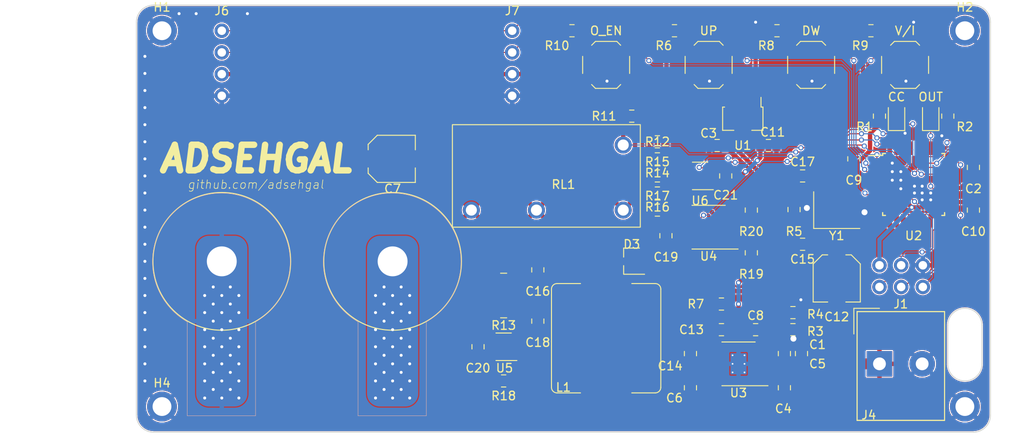
<source format=kicad_pcb>
(kicad_pcb (version 20200724) (host pcbnew "(5.99.0-2441-g41b7c7c43)")
  (layers (0 "F.Cu" signal) (31 "B.Cu" signal) (34 "B.Paste" user) (35 "F.Paste" user) (36 "B.SilkS" user) (37 "F.SilkS" user) (38 "B.Mask" user) (39 "F.Mask" user) (44 "Edge.Cuts" user))
  (net 0 "")
  (net 1 "+VSW")
  (net 2 "GND")
  (net 3 "Net-(C2-Pad2)")
  (net 4 "Net-(C6-Pad2)")
  (net 5 "Net-(C6-Pad1)")
  (net 6 "+5V")
  (net 7 "Net-(C8-Pad2)")
  (net 8 "Net-(C13-Pad2)")
  (net 9 "Net-(C13-Pad1)")
  (net 10 "Net-(C15-Pad2)")
  (net 11 "Net-(C16-Pad2)")
  (net 12 "Net-(C17-Pad2)")
  (net 13 "Net-(D1-Pad2)")
  (net 14 "Net-(D1-Pad1)")
  (net 15 "Net-(D2-Pad2)")
  (net 16 "Net-(D2-Pad1)")
  (net 17 "/RST")
  (net 18 "/MOSI")
  (net 19 "/SCK")
  (net 20 "/MISO")
  (net 21 "VDC")
  (net 22 "Net-(R3-Pad1)")
  (net 23 "/~RLY_CNTRL")
  (net 24 "Net-(R12-Pad1)")
  (net 25 "Net-(R13-Pad1)")
  (net 26 "Net-(R14-Pad1)")
  (net 27 "Net-(R15-Pad1)")
  (net 28 "Net-(R16-Pad1)")
  (net 29 "/I_SENSE")
  (net 30 "Net-(R19-Pad2)")
  (net 31 "/V_FB")
  (net 32 "/~POT_CS")
  (net 33 "/POT_U~D")
  (net 34 "/SCL0")
  (net 35 "/SDA0")
  (net 36 "Net-(U2-Pad26)")
  (net 37 "Net-(U2-Pad25)")
  (net 38 "/V_SENSE")
  (net 39 "/~SS")
  (net 40 "Net-(U2-Pad13)")
  (net 41 "Net-(U2-Pad12)")
  (net 42 "Net-(U2-Pad11)")
  (net 43 "Net-(U4-Pad3)")
  (net 44 "/SW3")
  (net 45 "/SW4")
  (net 46 "Net-(U2-Pad9)")
  (net 47 "Net-(U2-Pad10)")
  (net 48 "/SW1")
  (net 49 "/SW2")
  (module "MountingHole:MountingHole_2.2mm_M2_ISO7380_Pad" (layer "F.Cu") (at 109 59)
    (fp_text reference "H3" (at 0 0) (layer "F.SilkS"))
    (fp_text value "MountingHole_Pad")
    (pad "1" thru_hole circle (at 0 0) (size 3.5 3.5) (drill 2.2) (layers *.Cu *.Mask) (net 2 "GND"))
  )
  (module "MountingHole:MountingHole_2.2mm_M2_ISO7380_Pad" (layer "F.Cu") (at 109 15)
    (fp_text reference "H2" (at 0 -2.75) (layer "F.SilkS"))
    (fp_text value "MountingHole_Pad")
    (pad "1" thru_hole circle (at 0 0) (size 3.5 3.5) (drill 2.2) (layers *.Cu *.Mask) (net 2 "GND"))
  )
  (module "relay_ALQ305:ALQ305" (layer "F.Cu") (at 69 36 180)
    (fp_text reference "RL1" (at 7 3 unlocked) (layer "F.SilkS"))
    (fp_text value "ALQ305")
    (pad "1" thru_hole circle (at 0 0 180) (size 2 2) (drill 1.3) (layers *.Cu *.Mask) (net 6 "+5V"))
    (pad "2" thru_hole circle (at 0 7.62 180) (size 2 2) (drill 1.3) (layers *.Cu *.Mask) (net 23 "/~RLY_CNTRL"))
    (pad "3" thru_hole circle (at 10.16 0 180) (size 2 2) (drill 1.3) (layers *.Cu *.Mask) (net 25 "Net-(R13-Pad1)"))
    (pad "4" thru_hole circle (at 17.78 0 180) (size 2 2) (drill 1.3) (layers *.Cu *.Mask) (net 21 "VDC"))
  )
  (module "Resistor_SMD:R_0805_2012Metric" (layer "F.Cu") (at 84 36 -90)
    (fp_text reference "R20" (at 2.5 0 180) (layer "F.SilkS"))
    (fp_text value "10K")
    (pad "1" smd roundrect (at -0.9375 0 270) (size 0.975 1.4) (layers "F.Cu" "F.Paste" "F.Mask") (net 2 "GND"))
    (pad "2" smd roundrect (at 0.9375 0 270) (size 0.975 1.4) (layers "F.Cu" "F.Paste" "F.Mask") (net 30 "Net-(R19-Pad2)"))
  )
  (module "Capacitor_SMD:C_0805_2012Metric" (layer "F.Cu") (at 80 28.4375)
    (fp_text reference "C3" (at -1 -1.4375) (layer "F.SilkS"))
    (fp_text value "100nF")
    (pad "1" smd roundrect (at -0.9375 0) (size 0.975 1.4) (layers "F.Cu" "F.Paste" "F.Mask") (net 2 "GND"))
    (pad "2" smd roundrect (at 0.9375 0) (size 0.975 1.4) (layers "F.Cu" "F.Paste" "F.Mask") (net 1 "+VSW"))
  )
  (module "Capacitor_SMD:C_0805_2012Metric" (layer "F.Cu") (at 84.5 50)
    (fp_text reference "C8" (at 0 -1.65) (layer "F.SilkS"))
    (fp_text value "10nF")
    (pad "1" smd roundrect (at -0.9375 0) (size 0.975 1.4) (layers "F.Cu" "F.Paste" "F.Mask") (net 2 "GND"))
    (pad "2" smd roundrect (at 0.9375 0) (size 0.975 1.4) (layers "F.Cu" "F.Paste" "F.Mask") (net 7 "Net-(C8-Pad2)"))
  )
  (module "Resistor_SMD:R_0805_2012Metric" (layer "F.Cu") (at 88.87 48 180)
    (fp_text reference "R4" (at -2.63 -0.2) (layer "F.SilkS"))
    (fp_text value "130K")
    (pad "1" smd roundrect (at -0.9375 0 180) (size 0.975 1.4) (layers "F.Cu" "F.Paste" "F.Mask") (net 2 "GND"))
    (pad "2" smd roundrect (at 0.9375 0 180) (size 0.975 1.4) (layers "F.Cu" "F.Paste" "F.Mask") (net 22 "Net-(R3-Pad1)"))
  )
  (module "Capacitor_SMD:C_0805_2012Metric" (layer "F.Cu") (at 110 31 -90)
    (fp_text reference "C2" (at 2.5 0 180) (layer "F.SilkS"))
    (fp_text value "100nF")
    (pad "1" smd roundrect (at -0.9375 0 270) (size 0.975 1.4) (layers "F.Cu" "F.Paste" "F.Mask") (net 2 "GND"))
    (pad "2" smd roundrect (at 0.9375 0 270) (size 0.975 1.4) (layers "F.Cu" "F.Paste" "F.Mask") (net 3 "Net-(C2-Pad2)"))
  )
  (module "Capacitor_SMD:C_0805_2012Metric" (layer "F.Cu") (at 76.87 56.8 90)
    (fp_text reference "C6" (at -1.2 -1.87 180) (layer "F.SilkS"))
    (fp_text value "100nF")
    (pad "1" smd roundrect (at -0.9375 0 90) (size 0.975 1.4) (layers "F.Cu" "F.Paste" "F.Mask") (net 5 "Net-(C6-Pad1)"))
    (pad "2" smd roundrect (at 0.9375 0 90) (size 0.975 1.4) (layers "F.Cu" "F.Paste" "F.Mask") (net 4 "Net-(C6-Pad2)"))
  )
  (module "TerminalBlock_Altech:Altech_AK300_1x02_P5.00mm_45-Degree" (layer "F.Cu") (at 99 54)
    (fp_text reference "J4" (at -1.25 6) (layer "F.SilkS"))
    (fp_text value "Screw_Terminal_01x02")
    (pad "1" thru_hole rect (at 0 0) (size 3 3) (drill 1.5) (layers *.Cu *.Mask) (net 1 "+VSW"))
    (pad "2" thru_hole circle (at 5 0) (size 3 3) (drill 1.5) (layers *.Cu *.Mask) (net 2 "GND"))
  )
  (module "Resistor_SMD:R_0805_2012Metric" (layer "F.Cu") (at 73 34 180)
    (fp_text reference "R16" (at 0 -1.65) (layer "F.SilkS"))
    (fp_text value "10K")
    (pad "1" smd roundrect (at -0.9375 0 180) (size 0.975 1.4) (layers "F.Cu" "F.Paste" "F.Mask") (net 28 "Net-(R16-Pad1)"))
    (pad "2" smd roundrect (at 0.9375 0 180) (size 0.975 1.4) (layers "F.Cu" "F.Paste" "F.Mask") (net 27 "Net-(R15-Pad1)"))
  )
  (module "Capacitor_SMD:C_0805_2012Metric" (layer "F.Cu") (at 59 49 90)
    (fp_text reference "C18" (at -2.5 0 180) (layer "F.SilkS"))
    (fp_text value "4.7µF")
    (pad "1" smd roundrect (at -0.9375 0 90) (size 0.975 1.4) (layers "F.Cu" "F.Paste" "F.Mask") (net 2 "GND"))
    (pad "2" smd roundrect (at 0.9375 0 90) (size 0.975 1.4) (layers "F.Cu" "F.Paste" "F.Mask") (net 11 "Net-(C16-Pad2)"))
  )
  (module "Crystal:Crystal_SMD_SeikoEpson_TSX3225-4Pin_3.2x2.5mm_HandSoldering" (layer "F.Cu") (at 94 36)
    (fp_text reference "Y1" (at 0 3) (layer "F.SilkS"))
    (fp_text value "16MHz")
    (pad "1" smd rect (at -1.45 1.0875) (size 2.1 1.725) (layers "F.Cu" "F.Paste" "F.Mask") (net 10 "Net-(C15-Pad2)"))
    (pad "2" smd rect (at 1.45 1.0875) (size 2.1 1.725) (layers "F.Cu" "F.Paste" "F.Mask") (net 2 "GND"))
    (pad "3" smd rect (at 1.45 -1.0875) (size 2.1 1.725) (layers "F.Cu" "F.Paste" "F.Mask") (net 12 "Net-(C17-Pad2)"))
    (pad "4" smd rect (at -1.45 -1.0875) (size 2.1 1.725) (layers "F.Cu" "F.Paste" "F.Mask") (net 2 "GND"))
  )
  (module "Package_SO:SOIC-8_3.9x4.9mm_P1.27mm" (layer "F.Cu") (at 79 38 180)
    (fp_text reference "U4" (at 0 -3.4) (layer "F.SilkS"))
    (fp_text value "LM358")
    (pad "1" smd roundrect (at -2.475 -1.905 180) (size 1.95 0.6) (layers "F.Cu" "F.Paste" "F.Mask") (net 31 "/V_FB"))
    (pad "2" smd roundrect (at -2.475 -0.635 180) (size 1.95 0.6) (layers "F.Cu" "F.Paste" "F.Mask") (net 30 "Net-(R19-Pad2)"))
    (pad "3" smd roundrect (at -2.475 0.635 180) (size 1.95 0.6) (layers "F.Cu" "F.Paste" "F.Mask") (net 43 "Net-(U4-Pad3)"))
    (pad "4" smd roundrect (at -2.475 1.905 180) (size 1.95 0.6) (layers "F.Cu" "F.Paste" "F.Mask") (net 2 "GND"))
    (pad "5" smd roundrect (at 2.475 1.905 180) (size 1.95 0.6) (layers "F.Cu" "F.Paste" "F.Mask") (net 28 "Net-(R16-Pad1)"))
    (pad "6" smd roundrect (at 2.475 0.635 180) (size 1.95 0.6) (layers "F.Cu" "F.Paste" "F.Mask") (net 38 "/V_SENSE"))
    (pad "7" smd roundrect (at 2.475 -0.635 180) (size 1.95 0.6) (layers "F.Cu" "F.Paste" "F.Mask") (net 38 "/V_SENSE"))
    (pad "8" smd roundrect (at 2.475 -1.905 180) (size 1.95 0.6) (layers "F.Cu" "F.Paste" "F.Mask") (net 1 "+VSW"))
  )
  (module "Resistor_SMD:R_0805_2012Metric" (layer "F.Cu") (at 70 25 180)
    (fp_text reference "R11" (at 3.25 0) (layer "F.SilkS"))
    (fp_text value "10K")
    (pad "1" smd roundrect (at -0.9375 0 180) (size 0.975 1.4) (layers "F.Cu" "F.Paste" "F.Mask") (net 6 "+5V"))
    (pad "2" smd roundrect (at 0.9375 0 180) (size 0.975 1.4) (layers "F.Cu" "F.Paste" "F.Mask") (net 23 "/~RLY_CNTRL"))
  )
  (module "Capacitor_SMD:C_0805_2012Metric" (layer "F.Cu") (at 90 40)
    (fp_text reference "C15" (at 0 1.75) (layer "F.SilkS"))
    (fp_text value "22pF")
    (pad "1" smd roundrect (at -0.9375 0) (size 0.975 1.4) (layers "F.Cu" "F.Paste" "F.Mask") (net 2 "GND"))
    (pad "2" smd roundrect (at 0.9375 0) (size 0.975 1.4) (layers "F.Cu" "F.Paste" "F.Mask") (net 10 "Net-(C15-Pad2)"))
  )
  (module "Package_QFP:TQFP-32_7x7mm_P0.8mm" (layer "F.Cu") (at 103 33)
    (fp_text reference "U2" (at 0 6) (layer "F.SilkS"))
    (fp_text value "ATmega328PB-AU")
    (pad "1" smd rect (at -4.25 -2.8) (size 1.6 0.55) (layers "F.Cu" "F.Paste" "F.Mask") (net 44 "/SW3"))
    (pad "2" smd rect (at -4.25 -2) (size 1.6 0.55) (layers "F.Cu" "F.Paste" "F.Mask") (net 49 "/SW2"))
    (pad "3" smd rect (at -4.25 -1.2) (size 1.6 0.55) (layers "F.Cu" "F.Paste" "F.Mask") (net 48 "/SW1"))
    (pad "4" smd rect (at -4.25 -0.4) (size 1.6 0.55) (layers "F.Cu" "F.Paste" "F.Mask") (net 6 "+5V"))
    (pad "5" smd rect (at -4.25 0.4) (size 1.6 0.55) (layers "F.Cu" "F.Paste" "F.Mask") (net 2 "GND"))
    (pad "6" smd rect (at -4.25 1.2) (size 1.6 0.55) (layers "F.Cu" "F.Paste" "F.Mask") (net 45 "/SW4"))
    (pad "7" smd rect (at -4.25 2) (size 1.6 0.55) (layers "F.Cu" "F.Paste" "F.Mask") (net 12 "Net-(C17-Pad2)"))
    (pad "8" smd rect (at -4.25 2.8) (size 1.6 0.55) (layers "F.Cu" "F.Paste" "F.Mask") (net 10 "Net-(C15-Pad2)"))
    (pad "9" smd rect (at -2.8 4.25 90) (size 1.6 0.55) (layers "F.Cu" "F.Paste" "F.Mask") (net 46 "Net-(U2-Pad9)"))
    (pad "10" smd rect (at -2 4.25 90) (size 1.6 0.55) (layers "F.Cu" "F.Paste" "F.Mask") (net 47 "Net-(U2-Pad10)"))
    (pad "11" smd rect (at -1.2 4.25 90) (size 1.6 0.55) (layers "F.Cu" "F.Paste" "F.Mask") (net 42 "Net-(U2-Pad11)"))
    (pad "12" smd rect (at -0.4 4.25 90) (size 1.6 0.55) (layers "F.Cu" "F.Paste" "F.Mask") (net 41 "Net-(U2-Pad12)"))
    (pad "13" smd rect (at 0.4 4.25 90) (size 1.6 0.55) (layers "F.Cu" "F.Paste" "F.Mask") (net 40 "Net-(U2-Pad13)"))
    (pad "14" smd rect (at 1.2 4.25 90) (size 1.6 0.55) (layers "F.Cu" "F.Paste" "F.Mask") (net 39 "/~SS"))
    (pad "15" smd rect (at 2 4.25 90) (size 1.6 0.55) (layers "F.Cu" "F.Paste" "F.Mask") (net 18 "/MOSI"))
    (pad "16" smd rect (at 2.8 4.25 90) (size 1.6 0.55) (layers "F.Cu" "F.Paste" "F.Mask") (net 20 "/MISO"))
    (pad "17" smd rect (at 4.25 2.8) (size 1.6 0.55) (layers "F.Cu" "F.Paste" "F.Mask") (net 19 "/SCK"))
    (pad "18" smd rect (at 4.25 2) (size 1.6 0.55) (layers "F.Cu" "F.Paste" "F.Mask") (net 6 "+5V"))
    (pad "19" smd rect (at 4.25 1.2) (size 1.6 0.55) (layers "F.Cu" "F.Paste" "F.Mask") (net 16 "Net-(D2-Pad1)"))
    (pad "20" smd rect (at 4.25 0.4) (size 1.6 0.55) (layers "F.Cu" "F.Paste" "F.Mask") (net 3 "Net-(C2-Pad2)"))
    (pad "21" smd rect (at 4.25 -0.4) (size 1.6 0.55) (layers "F.Cu" "F.Paste" "F.Mask") (net 2 "GND"))
    (pad "22" smd rect (at 4.25 -1.2) (size 1.6 0.55) (layers "F.Cu" "F.Paste" "F.Mask") (net 14 "Net-(D1-Pad1)"))
    (pad "23" smd rect (at 4.25 -2) (size 1.6 0.55) (layers "F.Cu" "F.Paste" "F.Mask") (net 38 "/V_SENSE"))
    (pad "24" smd rect (at 4.25 -2.8) (size 1.6 0.55) (layers "F.Cu" "F.Paste" "F.Mask") (net 29 "/I_SENSE"))
    (pad "25" smd rect (at 2.8 -4.25 90) (size 1.6 0.55) (layers "F.Cu" "F.Paste" "F.Mask") (net 37 "Net-(U2-Pad25)"))
    (pad "26" smd rect (at 2 -4.25 90) (size 1.6 0.55) (layers "F.Cu" "F.Paste" "F.Mask") (net 36 "Net-(U2-Pad26)"))
    (pad "27" smd rect (at 1.2 -4.25 90) (size 1.6 0.55) (layers "F.Cu" "F.Paste" "F.Mask") (net 35 "/SDA0"))
    (pad "28" smd rect (at 0.4 -4.25 90) (size 1.6 0.55) (layers "F.Cu" "F.Paste" "F.Mask") (net 34 "/SCL0"))
    (pad "29" smd rect (at -0.4 -4.25 90) (size 1.6 0.55) (layers "F.Cu" "F.Paste" "F.Mask") (net 17 "/RST"))
    (pad "30" smd rect (at -1.2 -4.25 90) (size 1.6 0.55) (layers "F.Cu" "F.Paste" "F.Mask") (net 23 "/~RLY_CNTRL"))
    (pad "31" smd rect (at -2 -4.25 90) (size 1.6 0.55) (layers "F.Cu" "F.Paste" "F.Mask") (net 33 "/POT_U~D"))
    (pad "32" smd rect (at -2.8 -4.25 90) (size 1.6 0.55) (layers "F.Cu" "F.Paste" "F.Mask") (net 32 "/~POT_CS"))
  )
  (module "Capacitor_SMD:C_0805_2012Metric" (layer "F.Cu") (at 110 36 90)
    (fp_text reference "C10" (at -2.5 0 180) (layer "F.SilkS"))
    (fp_text value "100nF")
    (pad "1" smd roundrect (at -0.9375 0 90) (size 0.975 1.4) (layers "F.Cu" "F.Paste" "F.Mask") (net 2 "GND"))
    (pad "2" smd roundrect (at 0.9375 0 90) (size 0.975 1.4) (layers "F.Cu" "F.Paste" "F.Mask") (net 6 "+5V"))
  )
  (module "Capacitor_SMD:C_0805_2012Metric" (layer "F.Cu") (at 87.87 56.8 90)
    (fp_text reference "C4" (at -2.45 -0.12 180) (layer "F.SilkS"))
    (fp_text value "4.7µF")
    (pad "1" smd roundrect (at -0.9375 0 90) (size 0.975 1.4) (layers "F.Cu" "F.Paste" "F.Mask") (net 2 "GND"))
    (pad "2" smd roundrect (at 0.9375 0 90) (size 0.975 1.4) (layers "F.Cu" "F.Paste" "F.Mask") (net 1 "+VSW"))
  )
  (module "Button_Switch_SMD:SW_SPST_TL3342" (layer "F.Cu") (at 91 19)
    (fp_text reference "SW2" hide)
    (fp_text value "DW" (at 0 -4) (layer "F.SilkS"))
    (pad "1" smd rect (at -3.15 -1.9) (size 1.7 1) (layers "F.Cu" "F.Paste" "F.Mask") (net 49 "/SW2"))
    (pad "1" smd rect (at 3.15 -1.9) (size 1.7 1) (layers "F.Cu" "F.Paste" "F.Mask") (net 49 "/SW2"))
    (pad "2" smd rect (at 3.15 1.9) (size 1.7 1) (layers "F.Cu" "F.Paste" "F.Mask") (net 2 "GND"))
    (pad "2" smd rect (at -3.15 1.9) (size 1.7 1) (layers "F.Cu" "F.Paste" "F.Mask") (net 2 "GND"))
  )
  (module "Resistor_SMD:R_0805_2012Metric" (layer "F.Cu") (at 88.87 50)
    (fp_text reference "R3" (at 2.63 0.2) (layer "F.SilkS"))
    (fp_text value "665K")
    (pad "1" smd roundrect (at -0.9375 0) (size 0.975 1.4) (layers "F.Cu" "F.Paste" "F.Mask") (net 22 "Net-(R3-Pad1)"))
    (pad "2" smd roundrect (at 0.9375 0) (size 0.975 1.4) (layers "F.Cu" "F.Paste" "F.Mask") (net 1 "+VSW"))
  )
  (module "Resistor_SMD:R_1020_2550Metric" (layer "F.Cu") (at 55 46)
    (fp_text reference "R13" (at 0 3.5) (layer "F.SilkS"))
    (fp_text value "0.01R")
    (pad "1" smd roundrect (at -1.125 0) (size 1.15 5.2) (layers "F.Cu" "F.Paste" "F.Mask") (roundrect_rratio 0.217391) (net 25 "Net-(R13-Pad1)"))
    (pad "2" smd roundrect (at 1.125 0) (size 1.15 5.2) (layers "F.Cu" "F.Paste" "F.Mask") (roundrect_rratio 0.217391) (net 11 "Net-(C16-Pad2)"))
  )
  (module "Resistor_SMD:R_0805_2012Metric" (layer "F.Cu") (at 63 15)
    (fp_text reference "R10" (at -1.75 1.75) (layer "F.SilkS"))
    (fp_text value "10K")
    (pad "1" smd roundrect (at -0.9375 0) (size 0.975 1.4) (layers "F.Cu" "F.Paste" "F.Mask") (net 6 "+5V"))
    (pad "2" smd roundrect (at 0.9375 0) (size 0.975 1.4) (layers "F.Cu" "F.Paste" "F.Mask") (net 45 "/SW4"))
  )
  (module "Capacitor_SMD:C_0805_2012Metric" (layer "F.Cu") (at 76.87 52.8 -90)
    (fp_text reference "C14" (at 1.45 2.37 180) (layer "F.SilkS"))
    (fp_text value "22pF")
    (pad "1" smd roundrect (at -0.9375 0 270) (size 0.975 1.4) (layers "F.Cu" "F.Paste" "F.Mask") (net 2 "GND"))
    (pad "2" smd roundrect (at 0.9375 0 270) (size 0.975 1.4) (layers "F.Cu" "F.Paste" "F.Mask") (net 8 "Net-(C13-Pad2)"))
  )
  (module "Capacitor_SMD:C_0805_2012Metric" (layer "F.Cu") (at 87.87 52.8 -90)
    (fp_text reference "C1" (at -1.05 -3.88 180) (layer "F.SilkS"))
    (fp_text value "10nF")
    (pad "1" smd roundrect (at -0.9375 0 270) (size 0.975 1.4) (layers "F.Cu" "F.Paste" "F.Mask") (net 2 "GND"))
    (pad "2" smd roundrect (at 0.9375 0 270) (size 0.975 1.4) (layers "F.Cu" "F.Paste" "F.Mask") (net 1 "+VSW"))
  )
  (module "Resistor_SMD:R_0805_2012Metric" (layer "F.Cu") (at 107 25 -90)
    (fp_text reference "R2" (at 1.25 -2 180) (layer "F.SilkS"))
    (fp_text value "330R")
    (pad "1" smd roundrect (at -0.9375 0 270) (size 0.975 1.4) (layers "F.Cu" "F.Paste" "F.Mask") (net 15 "Net-(D2-Pad2)"))
    (pad "2" smd roundrect (at 0.9375 0 270) (size 0.975 1.4) (layers "F.Cu" "F.Paste" "F.Mask") (net 6 "+5V"))
  )
  (module "Capacitor_SMD:C_0805_2012Metric" (layer "F.Cu") (at 52 52 90)
    (fp_text reference "C20" (at -2.5 0 180) (layer "F.SilkS"))
    (fp_text value "C_Small")
    (pad "1" smd roundrect (at -0.9375 0 90) (size 0.975 1.4) (layers "F.Cu" "F.Paste" "F.Mask") (net 6 "+5V"))
    (pad "2" smd roundrect (at 0.9375 0 90) (size 0.975 1.4) (layers "F.Cu" "F.Paste" "F.Mask") (net 2 "GND"))
  )
  (module "Resistor_SMD:R_0805_2012Metric" (layer "F.Cu") (at 75 15)
    (fp_text reference "R6" (at -1.25 1.75) (layer "F.SilkS"))
    (fp_text value "10K")
    (pad "1" smd roundrect (at -0.9375 0) (size 0.975 1.4) (layers "F.Cu" "F.Paste" "F.Mask") (net 6 "+5V"))
    (pad "2" smd roundrect (at 0.9375 0) (size 0.975 1.4) (layers "F.Cu" "F.Paste" "F.Mask") (net 48 "/SW1"))
  )
  (module "Button_Switch_SMD:SW_SPST_TL3342" (layer "F.Cu") (at 79 19)
    (fp_text reference "SW1" hide)
    (fp_text value "UP" (at 0 -4) (layer "F.SilkS"))
    (pad "1" smd rect (at -3.15 -1.9) (size 1.7 1) (layers "F.Cu" "F.Paste" "F.Mask") (net 48 "/SW1"))
    (pad "1" smd rect (at 3.15 -1.9) (size 1.7 1) (layers "F.Cu" "F.Paste" "F.Mask") (net 48 "/SW1"))
    (pad "2" smd rect (at -3.15 1.9) (size 1.7 1) (layers "F.Cu" "F.Paste" "F.Mask") (net 2 "GND"))
    (pad "2" smd rect (at 3.15 1.9) (size 1.7 1) (layers "F.Cu" "F.Paste" "F.Mask") (net 2 "GND"))
  )
  (module "Resistor_SMD:R_0805_2012Metric" (layer "F.Cu") (at 55 56)
    (fp_text reference "R18" (at 0 1.75) (layer "F.SilkS"))
    (fp_text value "500K")
    (pad "1" smd roundrect (at -0.9375 0) (size 0.975 1.4) (layers "F.Cu" "F.Paste" "F.Mask") (net 2 "GND"))
    (pad "2" smd roundrect (at 0.9375 0) (size 0.975 1.4) (layers "F.Cu" "F.Paste" "F.Mask") (net 29 "/I_SENSE"))
  )
  (module "Capacitor_SMD:C_Elec_5x5.4" (layer "F.Cu") (at 41.900763 30)
    (fp_text reference "C7" (at 0.099237 3.5) (layer "F.SilkS"))
    (fp_text value "10uF")
    (pad "1" smd roundrect (at -2.0625 0) (size 2.775 1.6) (layers "F.Cu" "F.Paste" "F.Mask") (roundrect_rratio 0.15625) (net 2 "GND"))
    (pad "2" smd roundrect (at 2.0625 0) (size 2.775 1.6) (layers "F.Cu" "F.Paste" "F.Mask") (roundrect_rratio 0.15625) (net 21 "VDC"))
  )
  (module "Binding_Post:Binding_Post" (layer "F.Cu") (at 22 42)
    (fp_text reference "J3" hide)
    (fp_text value "Conn_01x01" hide)
    (pad "1" smd roundrect (at 0 7) (size 6 20) (layers "B.Cu" "B.Paste" "B.Mask") (chamfer_ratio 0.2) (chamfer) (net 2 "GND"))
    (pad "1" thru_hole circle (at 0 0) (size 5 5) (drill 3.5) (layers *.Cu *.Mask) (net 2 "GND"))
  )
  (module "MountingHole:MountingHole_2.2mm_M2_ISO7380_Pad" (layer "F.Cu") (at 15 59)
    (fp_text reference "H4" (at 0 -2.75) (layer "F.SilkS"))
    (fp_text value "MountingHole_Pad")
    (pad "1" thru_hole circle (at 0 0) (size 3.5 3.5) (drill 2.2) (layers *.Cu *.Mask) (net 2 "GND"))
  )
  (module "Resistor_SMD:R_0805_2012Metric" (layer "F.Cu") (at 87 15)
    (fp_text reference "R8" (at -1.25 1.75) (layer "F.SilkS"))
    (fp_text value "10K")
    (pad "1" smd roundrect (at -0.9375 0) (size 0.975 1.4) (layers "F.Cu" "F.Paste" "F.Mask") (net 6 "+5V"))
    (pad "2" smd roundrect (at 0.9375 0) (size 0.975 1.4) (layers "F.Cu" "F.Paste" "F.Mask") (net 49 "/SW2"))
  )
  (module "Resistor_SMD:R_0805_2012Metric" (layer "F.Cu") (at 89 35.9375 90)
    (fp_text reference "R5" (at -2.5625 0 180) (layer "F.SilkS"))
    (fp_text value "1M")
    (pad "1" smd roundrect (at -0.9375 0 90) (size 0.975 1.4) (layers "F.Cu" "F.Paste" "F.Mask") (net 10 "Net-(C15-Pad2)"))
    (pad "2" smd roundrect (at 0.9375 0 90) (size 0.975 1.4) (layers "F.Cu" "F.Paste" "F.Mask") (net 12 "Net-(C17-Pad2)"))
  )
  (module "Button_Switch_SMD:SW_SPST_TL3342" (layer "F.Cu") (at 102 19)
    (fp_text reference "SW3" hide)
    (fp_text value "V/I" (at 0 -4) (layer "F.SilkS"))
    (pad "1" smd rect (at 3.15 -1.9) (size 1.7 1) (layers "F.Cu" "F.Paste" "F.Mask") (net 44 "/SW3"))
    (pad "1" smd rect (at -3.15 -1.9) (size 1.7 1) (layers "F.Cu" "F.Paste" "F.Mask") (net 44 "/SW3"))
    (pad "2" smd rect (at 3.15 1.9) (size 1.7 1) (layers "F.Cu" "F.Paste" "F.Mask") (net 2 "GND"))
    (pad "2" smd rect (at -3.15 1.9) (size 1.7 1) (layers "F.Cu" "F.Paste" "F.Mask") (net 2 "GND"))
  )
  (module "Resistor_SMD:R_0805_2012Metric" (layer "F.Cu") (at 73 28)
    (fp_text reference "R12" (at 0 0) (layer "F.SilkS"))
    (fp_text value "1K")
    (pad "1" smd roundrect (at -0.9375 0) (size 0.975 1.4) (layers "F.Cu" "F.Paste" "F.Mask") (net 24 "Net-(R12-Pad1)"))
    (pad "2" smd roundrect (at 0.9375 0) (size 0.975 1.4) (layers "F.Cu" "F.Paste" "F.Mask") (net 11 "Net-(C16-Pad2)"))
  )
  (module "Binding_Post:Binding_Post" (layer "F.Cu") (at 42 42)
    (fp_text reference "J2" hide)
    (fp_text value "Conn_01x01" hide)
    (pad "1" smd roundrect (at 0 7) (size 6 20) (layers "B.Cu" "B.Paste" "B.Mask") (chamfer_ratio 0.2) (chamfer) (net 21 "VDC"))
    (pad "1" thru_hole circle (at 0 0) (size 5 5) (drill 3.5) (layers *.Cu *.Mask) (net 21 "VDC"))
  )
  (module "MountingHole:MountingHole_2.2mm_M2_ISO7380_Pad" (layer "F.Cu") (at 15 15)
    (fp_text reference "H1" (at 0 -2.75) (layer "F.SilkS"))
    (fp_text value "MountingHole_Pad")
    (pad "1" thru_hole circle (at 0 0) (size 3.5 3.5) (drill 2.2) (layers *.Cu *.Mask) (net 2 "GND"))
  )
  (module "Capacitor_SMD:C_Elec_5x5.4" (layer "F.Cu") (at 94 44 -90)
    (fp_text reference "C12" (at 4.5 0 180) (layer "F.SilkS"))
    (fp_text value "10uF")
    (pad "1" smd roundrect (at -2.0625 0 270) (size 2.775 1.6) (layers "F.Cu" "F.Paste" "F.Mask") (roundrect_rratio 0.15625) (net 2 "GND"))
    (pad "2" smd roundrect (at 2.0625 0 270) (size 2.775 1.6) (layers "F.Cu" "F.Paste" "F.Mask") (roundrect_rratio 0.15625) (net 1 "+VSW"))
  )
  (module "Resistor_SMD:R_0805_2012Metric" (layer "F.Cu") (at 84 41 90)
    (fp_text reference "R19" (at -2.5 0 180) (layer "F.SilkS"))
    (fp_text value "14K")
    (pad "1" smd roundrect (at -0.9375 0 90) (size 0.975 1.4) (layers "F.Cu" "F.Paste" "F.Mask") (net 31 "/V_FB"))
    (pad "2" smd roundrect (at 0.9375 0 90) (size 0.975 1.4) (layers "F.Cu" "F.Paste" "F.Mask") (net 30 "Net-(R19-Pad2)"))
  )
  (module "Inductor_SMD:L_Bourns_SRR1260" (layer "F.Cu") (at 67 51 90)
    (fp_text reference "L1" (at -5.75 -5 180) (layer "F.SilkS"))
    (fp_text value "4.7µH")
    (pad "1" smd rect (at -4.85 0 90) (size 2.9 5.4) (layers "F.Cu" "F.Paste" "F.Mask") (net 4 "Net-(C6-Pad2)"))
    (pad "2" smd rect (at 4.85 0 90) (size 2.9 5.4) (layers "F.Cu" "F.Paste" "F.Mask") (net 11 "Net-(C16-Pad2)"))
  )
  (module "Capacitor_SMD:C_0805_2012Metric" (layer "F.Cu") (at 80.5 50 180)
    (fp_text reference "C13" (at 3.5 0) (layer "F.SilkS"))
    (fp_text value "2.2nF")
    (pad "1" smd roundrect (at -0.9375 0 180) (size 0.975 1.4) (layers "F.Cu" "F.Paste" "F.Mask") (net 9 "Net-(C13-Pad1)"))
    (pad "2" smd roundrect (at 0.9375 0 180) (size 0.975 1.4) (layers "F.Cu" "F.Paste" "F.Mask") (net 8 "Net-(C13-Pad2)"))
  )
  (module "Custom_Vertical_1x_2.54mm_Pin_Header:PinHeader_1x04_P2.54mm_Vertical" (layer "F.Cu") (at 22 15)
    (fp_text reference "J6" (at 0 -2.33) (layer "F.SilkS"))
    (fp_text value "Conn_01x04")
    (pad "1" thru_hole oval (at 0 0) (size 1.7 1.7) (drill 1) (layers *.Cu *.Mask) (net 35 "/SDA0"))
    (pad "2" thru_hole oval (at 0 2.54) (size 1.7 1.7) (drill 1) (layers *.Cu *.Mask) (net 34 "/SCL0"))
    (pad "3" thru_hole oval (at 0 5.08) (size 1.7 1.7) (drill 1) (layers *.Cu *.Mask) (net 6 "+5V"))
    (pad "4" thru_hole oval (at 0 7.62) (size 1.7 1.7) (drill 1) (layers *.Cu *.Mask) (net 2 "GND"))
  )
  (module "Custom_Vertical_2x_2.54mm_Pin_Header:PinHeader_2x03_P2.54mm_Vertical" (layer "F.Cu") (at 99 45 90)
    (fp_text reference "J1" (at -2 2.5 180) (layer "F.SilkS"))
    (fp_text value "ICSP")
    (pad "1" thru_hole oval (at 0 0 90) (size 1.7 1.7) (drill 1) (layers *.Cu *.Mask) (net 20 "/MISO"))
    (pad "2" thru_hole oval (at 2.54 0 90) (size 1.7 1.7) (drill 1) (layers *.Cu *.Mask) (net 6 "+5V"))
    (pad "3" thru_hole oval (at 0 2.54 90) (size 1.7 1.7) (drill 1) (layers *.Cu *.Mask) (net 19 "/SCK"))
    (pad "4" thru_hole oval (at 2.54 2.54 90) (size 1.7 1.7) (drill 1) (layers *.Cu *.Mask) (net 18 "/MOSI"))
    (pad "5" thru_hole oval (at 0 5.08 90) (size 1.7 1.7) (drill 1) (layers *.Cu *.Mask) (net 17 "/RST"))
    (pad "6" thru_hole oval (at 2.54 5.08 90) (size 1.7 1.7) (drill 1) (layers *.Cu *.Mask) (net 2 "GND"))
  )
  (module "Resistor_SMD:R_0805_2012Metric" (layer "F.Cu") (at 99 25 -90)
    (fp_text reference "R1" (at 1.25 1.75 180) (layer "F.SilkS"))
    (fp_text value "330R")
    (pad "1" smd roundrect (at -0.9375 0 270) (size 0.975 1.4) (layers "F.Cu" "F.Paste" "F.Mask") (net 13 "Net-(D1-Pad2)"))
    (pad "2" smd roundrect (at 0.9375 0 270) (size 0.975 1.4) (layers "F.Cu" "F.Paste" "F.Mask") (net 6 "+5V"))
  )
  (module "Button_Switch_SMD:SW_SPST_TL3342" (layer "F.Cu") (at 67 19)
    (fp_text reference "SW4" hide)
    (fp_text value "O_EN" (at 0 -4) (layer "F.SilkS"))
    (pad "1" smd rect (at -3.15 -1.9) (size 1.7 1) (layers "F.Cu" "F.Paste" "F.Mask") (net 45 "/SW4"))
    (pad "1" smd rect (at 3.15 -1.9) (size 1.7 1) (layers "F.Cu" "F.Paste" "F.Mask") (net 45 "/SW4"))
    (pad "2" smd rect (at 3.15 1.9) (size 1.7 1) (layers "F.Cu" "F.Paste" "F.Mask") (net 2 "GND"))
    (pad "2" smd rect (at -3.15 1.9) (size 1.7 1) (layers "F.Cu" "F.Paste" "F.Mask") (net 2 "GND"))
  )
  (module "LED_SMD:LED_0805_2012Metric" (layer "F.Cu") (at 101 25 90)
    (fp_text reference "D1" hide)
    (fp_text value "CC" (at 2.25 0 180) (layer "F.SilkS"))
    (pad "1" smd roundrect (at -0.9375 0 90) (size 0.975 1.4) (layers "F.Cu" "F.Paste" "F.Mask") (net 14 "Net-(D1-Pad1)"))
    (pad "2" smd roundrect (at 0.9375 0 90) (size 0.975 1.4) (layers "F.Cu" "F.Paste" "F.Mask") (net 13 "Net-(D1-Pad2)"))
  )
  (module "Resistor_SMD:R_0805_2012Metric" (layer "F.Cu") (at 73 32)
    (fp_text reference "R15" (at 0 -1.65) (layer "F.SilkS"))
    (fp_text value "1.5K")
    (pad "1" smd roundrect (at -0.9375 0) (size 0.975 1.4) (layers "F.Cu" "F.Paste" "F.Mask") (net 27 "Net-(R15-Pad1)"))
    (pad "2" smd roundrect (at 0.9375 0) (size 0.975 1.4) (layers "F.Cu" "F.Paste" "F.Mask") (net 26 "Net-(R14-Pad1)"))
  )
  (module "Capacitor_SMD:C_0805_2012Metric" (layer "F.Cu") (at 89.87 52.8 -90)
    (fp_text reference "C5" (at 1.2 -1.88 180) (layer "F.SilkS"))
    (fp_text value "4.7µF")
    (pad "1" smd roundrect (at -0.9375 0 270) (size 0.975 1.4) (layers "F.Cu" "F.Paste" "F.Mask") (net 2 "GND"))
    (pad "2" smd roundrect (at 0.9375 0 270) (size 0.975 1.4) (layers "F.Cu" "F.Paste" "F.Mask") (net 1 "+VSW"))
  )
  (module "Package_TO_SOT_SMD:SOT-23-6" (layer "F.Cu") (at 78 32 180)
    (fp_text reference "U6" (at 0 -2.9) (layer "F.SilkS"))
    (fp_text value "MCP4023-103ECH")
    (pad "1" smd rect (at -1.1 -0.95 180) (size 1.06 0.65) (layers "F.Cu" "F.Paste" "F.Mask") (net 6 "+5V"))
    (pad "2" smd rect (at -1.1 0 180) (size 1.06 0.65) (layers "F.Cu" "F.Paste" "F.Mask") (net 2 "GND"))
    (pad "3" smd rect (at -1.1 0.95 180) (size 1.06 0.65) (layers "F.Cu" "F.Paste" "F.Mask") (net 33 "/POT_U~D"))
    (pad "4" smd rect (at 1.1 0.95 180) (size 1.06 0.65) (layers "F.Cu" "F.Paste" "F.Mask") (net 32 "/~POT_CS"))
    (pad "5" smd rect (at 1.1 0 180) (size 1.06 0.65) (layers "F.Cu" "F.Paste" "F.Mask") (net 43 "Net-(U4-Pad3)"))
    (pad "6" smd rect (at 1.1 -0.95 180) (size 1.06 0.65) (layers "F.Cu" "F.Paste" "F.Mask") (net 28 "Net-(R16-Pad1)"))
  )
  (module "Package_SO:SOIC-8-1EP_3.9x4.9mm_P1.27mm_EP2.514x3.2mm_ThermalVias" (layer "F.Cu") (at 82.5 54 180)
    (fp_text reference "U3" (at 0 -3.4) (layer "F.SilkS"))
    (fp_text value "TPS54531DDAR")
    (pad "1" smd roundrect (at -2.6375 -1.905 180) (size 1.625 0.6) (layers "F.Cu" "F.Paste" "F.Mask") (net 5 "Net-(C6-Pad1)"))
    (pad "2" smd roundrect (at -2.6375 -0.635 180) (size 1.625 0.6) (layers "F.Cu" "F.Paste" "F.Mask") (net 1 "+VSW"))
    (pad "3" smd roundrect (at -2.6375 0.635 180) (size 1.625 0.6) (layers "F.Cu" "F.Paste" "F.Mask") (net 22 "Net-(R3-Pad1)"))
    (pad "4" smd roundrect (at -2.6375 1.905 180) (size 1.625 0.6) (layers "F.Cu" "F.Paste" "F.Mask") (net 7 "Net-(C8-Pad2)"))
    (pad "5" smd roundrect (at 2.6375 1.905 180) (size 1.625 0.6) (layers "F.Cu" "F.Paste" "F.Mask") (net 31 "/V_FB"))
    (pad "6" smd roundrect (at 2.6375 0.635 180) (size 1.625 0.6) (layers "F.Cu" "F.Paste" "F.Mask") (net 8 "Net-(C13-Pad2)"))
    (pad "7" smd roundrect (at 2.6375 -0.635 180) (size 1.625 0.6) (layers "F.Cu" "F.Paste" "F.Mask") (net 2 "GND"))
    (pad "8" smd roundrect (at 2.6375 -1.905 180) (size 1.625 0.6) (layers "F.Cu" "F.Paste" "F.Mask") (net 4 "Net-(C6-Pad2)"))
    (pad "9" thru_hole circle (at -0.7 1 180) (size 0.5 0.5) (drill 0.2) (layers *.Cu) (net 2 "GND"))
    (pad "9" thru_hole circle (at 0.7 -1 180) (size 0.5 0.5) (drill 0.2) (layers *.Cu) (net 2 "GND"))
    (pad "9" thru_hole circle (at -0.7 -1 180) (size 0.5 0.5) (drill 0.2) (layers *.Cu) (net 2 "GND"))
    (pad "9" thru_hole circle (at -0.7 0 180) (size 0.5 0.5) (drill 0.2) (layers *.Cu) (net 2 "GND"))
    (pad "9" smd rect (at 0 0 180) (size 2.514 3.2) (layers "F.Cu" "F.Mask") (net 2 "GND"))
    (pad "9" thru_hole circle (at 0.7 0 180) (size 0.5 0.5) (drill 0.2) (layers *.Cu) (net 2 "GND"))
    (pad "9" smd rect (at 0 0 180) (size 1.9 2.5) (layers "B.Cu") (net 2 "GND"))
    (pad "9" thru_hole circle (at 0.7 1 180) (size 0.5 0.5) (drill 0.2) (layers *.Cu) (net 2 "GND"))
  )
  (module "Package_TO_SOT_SMD:SOT-23-5" (layer "F.Cu") (at 55 52 180)
    (fp_text reference "U5" (at -0.1 -2.5) (layer "F.SilkS"))
    (fp_text value "INA138")
    (pad "1" smd rect (at -1.1 -0.95 180) (size 1.06 0.65) (layers "F.Cu" "F.Paste" "F.Mask") (net 29 "/I_SENSE"))
    (pad "2" smd rect (at -1.1 0 180) (size 1.06 0.65) (layers "F.Cu" "F.Paste" "F.Mask") (net 2 "GND"))
    (pad "3" smd rect (at -1.1 0.95 180) (size 1.06 0.65) (layers "F.Cu" "F.Paste" "F.Mask") (net 11 "Net-(C16-Pad2)"))
    (pad "4" smd rect (at 1.1 0.95 180) (size 1.06 0.65) (layers "F.Cu" "F.Paste" "F.Mask") (net 25 "Net-(R13-Pad1)"))
    (pad "5" smd rect (at 1.1 -0.95 180) (size 1.06 0.65) (layers "F.Cu" "F.Paste" "F.Mask") (net 6 "+5V"))
  )
  (module "LED_SMD:LED_0805_2012Metric" (layer "F.Cu") (at 105 25 90)
    (fp_text reference "D2" hide)
    (fp_text value "OUT" (at 2.25 0 180) (layer "F.SilkS"))
    (pad "1" smd roundrect (at -0.9375 0 90) (size 0.975 1.4) (layers "F.Cu" "F.Paste" "F.Mask") (net 16 "Net-(D2-Pad1)"))
    (pad "2" smd roundrect (at 0.9375 0 90) (size 0.975 1.4) (layers "F.Cu" "F.Paste" "F.Mask") (net 15 "Net-(D2-Pad2)"))
  )
  (module "Package_TO_SOT_SMD:SOT-89-3" (layer "F.Cu") (at 83 25 -90)
    (fp_text reference "U1" (at 3.4375 0 180) (layer "F.SilkS"))
    (fp_text value "L78L08_SOT89")
    (pad "1" smd rect (at -1.65 -1.5 270) (size 1.3 0.9) (layers "F.Cu" "F.Paste" "F.Mask") (net 6 "+5V"))
    (pad "2" smd custom (at -1.5625 0 270) (size 1.475 0.9) (layers "F.Cu" "F.Paste" "F.Mask") (net 2 "GND") (options (clearance outline) (anchor rect)) (primitives (gr_poly (pts (xy 0.7375 -0.8665) (xy 3.8625 -0.8665) (xy 3.8625 0.8665) (xy 0.7375 0.8665)) (width 0))))
    (pad "3" smd rect (at -1.65 1.5 270) (size 1.3 0.9) (layers "F.Cu" "F.Paste" "F.Mask") (net 1 "+VSW"))
  )
  (module "Capacitor_SMD:C_0805_2012Metric" (layer "F.Cu") (at 81 32 90)
    (fp_text reference "C21" (at -2.25 0 180) (layer "F.SilkS"))
    (fp_text value "C_Small")
    (pad "1" smd roundrect (at -0.9375 0 90) (size 0.975 1.4) (layers "F.Cu" "F.Paste" "F.Mask") (net 6 "+5V"))
    (pad "2" smd roundrect (at 0.9375 0 90) (size 0.975 1.4) (layers "F.Cu" "F.Paste" "F.Mask") (net 2 "GND"))
  )
  (module "Resistor_SMD:R_0805_2012Metric" (layer "F.Cu") (at 98 15)
    (fp_text reference "R9" (at -1.25 1.75) (layer "F.SilkS"))
    (fp_text value "10K")
    (pad "1" smd roundrect (at -0.9375 0) (size 0.975 1.4) (layers "F.Cu" "F.Paste" "F.Mask") (net 6 "+5V"))
    (pad "2" smd roundrect (at 0.9375 0) (size 0.975 1.4) (layers "F.Cu" "F.Paste" "F.Mask") (net 44 "/SW3"))
  )
  (module "Capacitor_SMD:C_0805_2012Metric" (layer "F.Cu") (at 59 43 -90)
    (fp_text reference "C16" (at 2.5 0 -180) (layer "F.SilkS"))
    (fp_text value "4.7µF")
    (pad "1" smd roundrect (at -0.9375 0 270) (size 0.975 1.4) (layers "F.Cu" "F.Paste" "F.Mask") (net 2 "GND"))
    (pad "2" smd roundrect (at 0.9375 0 270) (size 0.975 1.4) (layers "F.Cu" "F.Paste" "F.Mask") (net 11 "Net-(C16-Pad2)"))
  )
  (module "Capacitor_SMD:C_0805_2012Metric" (layer "F.Cu") (at 74 39 -90)
    (fp_text reference "C19" (at 2.5 0 180) (layer "F.SilkS"))
    (fp_text value "100nF")
    (pad "1" smd roundrect (at -0.9375 0 270) (size 0.975 1.4) (layers "F.Cu" "F.Paste" "F.Mask") (net 2 "GND"))
    (pad "2" smd roundrect (at 0.9375 0 270) (size 0.975 1.4) (layers "F.Cu" "F.Paste" "F.Mask") (net 1 "+VSW"))
  )
  (module "Resistor_SMD:R_0805_2012Metric" (layer "F.Cu") (at 80.5 47)
    (fp_text reference "R7" (at -3 0) (layer "F.SilkS"))
    (fp_text value "37.4K")
    (pad "1" smd roundrect (at -0.9375 0) (size 0.975 1.4) (layers "F.Cu" "F.Paste" "F.Mask") (net 2 "GND"))
    (pad "2" smd roundrect (at 0.9375 0) (size 0.975 1.4) (layers "F.Cu" "F.Paste" "F.Mask") (net 9 "Net-(C13-Pad1)"))
  )
  (module "Resistor_SMD:R_0805_2012Metric" (layer "F.Cu") (at 73 30 180)
    (fp_text reference "R14" (at 0 -1.65) (layer "F.SilkS"))
    (fp_text value "1.5K")
    (pad "1" smd roundrect (at -0.9375 0 180) (size 0.975 1.4) (layers "F.Cu" "F.Paste" "F.Mask") (net 26 "Net-(R14-Pad1)"))
    (pad "2" smd roundrect (at 0.9375 0 180) (size 0.975 1.4) (layers "F.Cu" "F.Paste" "F.Mask") (net 24 "Net-(R12-Pad1)"))
  )
  (module "Custom_Vertical_1x_2.54mm_Pin_Header:PinHeader_1x04_P2.54mm_Vertical" (layer "F.Cu") (at 56 15)
    (fp_text reference "J7" (at 0 -2.33) (layer "F.SilkS"))
    (fp_text value "Conn_01x04")
    (pad "1" thru_hole oval (at 0 0) (size 1.7 1.7) (drill 1) (layers *.Cu *.Mask) (net 35 "/SDA0"))
    (pad "2" thru_hole oval (at 0 2.54) (size 1.7 1.7) (drill 1) (layers *.Cu *.Mask) (net 34 "/SCL0"))
    (pad "3" thru_hole oval (at 0 5.08) (size 1.7 1.7) (drill 1) (layers *.Cu *.Mask) (net 6 "+5V"))
    (pad "4" thru_hole oval (at 0 7.62) (size 1.7 1.7) (drill 1) (layers *.Cu *.Mask) (net 2 "GND"))
  )
  (module "Resistor_SMD:R_0805_2012Metric" (layer "F.Cu") (at 73 36)
    (fp_text reference "R17" (at 0 -1.65) (layer "F.SilkS"))
    (fp_text value "10K")
    (pad "1" smd roundrect (at -0.9375 0) (size 0.975 1.4) (layers "F.Cu" "F.Paste" "F.Mask") (net 2 "GND"))
    (pad "2" smd roundrect (at 0.9375 0) (size 0.975 1.4) (layers "F.Cu" "F.Paste" "F.Mask") (net 28 "Net-(R16-Pad1)"))
  )
  (module "Package_TO_SOT_SMD:TSOT-23" (layer "F.Cu") (at 70 42 180)
    (fp_text reference "D3" (at 0 2) (layer "F.SilkS"))
    (fp_text value "BAT1000")
    (pad "1" smd rect (at -1.31 -0.95 180) (size 1.22 0.65) (layers "F.Cu" "F.Paste" "F.Mask") (net 2 "GND"))
    (pad "2" smd rect (at -1.31 0.95 180) (size 1.22 0.65) (layers "F.Cu" "F.Paste" "F.Mask"))
    (pad "3" smd rect (at 1.31 0 180) (size 1.22 0.65) (layers "F.Cu" "F.Paste" "F.Mask") (net 11 "Net-(C16-Pad2)"))
  )
  (module "Capacitor_SMD:C_0805_2012Metric" (layer "F.Cu") (at 90 32)
    (fp_text reference "C17" (at 0 -1.65) (layer "F.SilkS"))
    (fp_text value "22pF")
    (pad "1" smd roundrect (at -0.9375 0) (size 0.975 1.4) (layers "F.Cu" "F.Paste" "F.Mask") (net 2 "GND"))
    (pad "2" smd roundrect (at 0.9375 0) (size 0.975 1.4) (layers "F.Cu" "F.Paste" "F.Mask") (net 12 "Net-(C17-Pad2)"))
  )
  (module "Capacitor_SMD:C_0805_2012Metric" (layer "F.Cu") (at 86 28.4375 180)
    (fp_text reference "C11" (at -0.5 1.5625) (layer "F.SilkS"))
    (fp_text value "100nF")
    (pad "1" smd roundrect (at -0.9375 0 180) (size 0.975 1.4) (layers "F.Cu" "F.Paste" "F.Mask") (net 2 "GND"))
    (pad "2" smd roundrect (at 0.9375 0 180) (size 0.975 1.4) (layers "F.Cu" "F.Paste" "F.Mask") (net 6 "+5V"))
  )
  (module "Capacitor_SMD:C_0805_2012Metric" (layer "F.Cu") (at 96 30 -90)
    (fp_text reference "C9" (at 2.5 0 180) (layer "F.SilkS"))
    (fp_text value "100nF")
    (pad "1" smd roundrect (at -0.9375 0 270) (size 0.975 1.4) (layers "F.Cu" "F.Paste" "F.Mask") (net 2 "GND"))
    (pad "2" smd roundrect (at 0.9375 0 270) (size 0.975 1.4) (layers "F.Cu" "F.Paste" "F.Mask") (net 6 "+5V"))
  )
  (gr_line (start 111 54) (end 111 49.5) (layer "Edge.Cuts") (width 0.1))
  (gr_arc (start 109 54) (end 107 54) (angle -180) (layer "Edge.Cuts") (width 0.1))
  (gr_line (start 112 14) (end 112 60) (layer "Edge.Cuts") (width 0.1))
  (gr_line (start 12 60) (end 12 14) (layer "Edge.Cuts") (width 0.1))
  (gr_arc (start 14 14) (end 14 12) (angle -90) (layer "Edge.Cuts") (width 0.1))
  (gr_arc (start 109 49.5) (end 111 49.5) (angle -180) (layer "Edge.Cuts") (width 0.1))
  (gr_arc (start 110 14) (end 112 14) (angle -90) (layer "Edge.Cuts") (width 0.1))
  (gr_line (start 14 12) (end 110 12) (layer "Edge.Cuts") (width 0.1))
  (gr_line (start 107 49.5) (end 107 54) (layer "Edge.Cuts") (width 0.1))
  (gr_arc (start 14 60) (end 12 60) (angle -90) (layer "Edge.Cuts") (width 0.1))
  (gr_line (start 110 62) (end 14 62) (layer "Edge.Cuts") (width 0.1))
  (gr_arc (start 110 60) (end 110 62) (angle -90) (layer "Edge.Cuts") (width 0.1))
  (gr_text "github.com/adsehgal" (at 26 33) (layer "F.SilkS") (effects (font (size 1 1) (thickness 0.075) italic)))
  (gr_text "ADSEHGAL" (at 26 30) (layer "F.SilkS") (effects (font (size 3 3) (thickness 0.75) italic)))
  (segment (start 86.45101 33.08851) (end 81.8 28.4375) (width 0.508) (layer "F.Cu") (net 1))
  (segment (start 76.957634 39.9375) (end 74 39.9375) (width 0.508) (layer "F.Cu") (net 1))
  (segment (start 86.45101 33.08851) (end 87.020134 33.657634) (width 0.508) (layer "F.Cu") (net 1))
  (segment (start 76.525 39.905) (end 82.12 45.5) (width 0.508) (layer "F.Cu") (net 1))
  (segment (start 88.93899 47.418856) (end 88.93899 49.13149) (width 0.508) (layer "F.Cu") (net 1))
  (segment (start 94 52) (end 94 46.0625) (width 1.27) (layer "F.Cu") (net 1))
  (segment (start 99 54) (end 96 54) (width 1.27) (layer "F.Cu") (net 1))
  (segment (start 89.87 53.7375) (end 90.95101 52.65649) (width 0.508) (layer "F.Cu") (net 1))
  (segment (start 87.020134 33.657634) (end 87.020134 45.5) (width 0.508) (layer "F.Cu") (net 1))
  (segment (start 90.95101 52.65649) (end 90.95101 51.14351) (width 0.508) (layer "F.Cu") (net 1))
  (segment (start 80.9375 28.4375) (end 80.9375 23.9125) (width 0.508) (layer "F.Cu") (net 1))
  (segment (start 96 54) (end 94 52) (width 1.27) (layer "F.Cu") (net 1))
  (segment (start 82.12 45.5) (end 87.020134 45.5) (width 0.508) (layer "F.Cu") (net 1))
  (segment (start 81.8 28.4375) (end 80.9375 28.4375) (width 0.508) (layer "F.Cu") (net 1))
  (segment (start 90.95101 51.14351) (end 89.8075 50) (width 0.508) (layer "F.Cu") (net 1))
  (segment (start 87.020134 45.5) (end 88.93899 47.418856) (width 0.508) (layer "F.Cu") (net 1))
  (segment (start 88.93899 49.13149) (end 89.8075 50) (width 0.508) (layer "F.Cu") (net 1))
  (segment (start 80.9375 23.9125) (end 81.5 23.35) (width 0.508) (layer "F.Cu") (net 1))
  (segment (start 95.026698 37.0875) (end 92.851698 34.9125) (width 0.508) (layer "F.Cu") (net 2))
  (segment (start 96.4125 37.0875) (end 97.25 36.25) (width 0.508) (layer "F.Cu") (net 2))
  (segment (start 89.8075 48) (end 89.8075 46.5075) (width 0.508) (layer "F.Cu") (net 2))
  (segment (start 88.8875 51.8625) (end 88.8875 51.093124) (width 0.508) (layer "F.Cu") (net 2))
  (segment (start 91.1 20.9) (end 87.85 20.9) (width 0.508) (layer "F.Cu") (net 2))
  (segment (start 92.851698 34.9125) (end 92.55 34.9125) (width 0.508) (layer "F.Cu") (net 2))
  (segment (start 67.1 20.9) (end 63.85 20.9) (width 0.508) (layer "F.Cu") (net 2))
  (segment (start 88.8875 51.093124) (end 88.926742 51.053882) (width 0.508) (layer "F.Cu") (net 2))
  (segment (start 95.45 37.0875) (end 96.4125 37.0875) (width 0.508) (layer "F.Cu") (net 2))
  (segment (start 102.1 20.9) (end 98.85 20.9) (width 0.508) (layer "F.Cu") (net 2))
  (segment (start 88.8875 51.8625) (end 89.87 51.8625) (width 0.508) (layer "F.Cu") (net 2))
  (segment (start 95.45 37.0875) (end 95.026698 37.0875) (width 0.508) (layer "F.Cu") (net 2))
  (segment (start 87.87 51.8625) (end 88.8875 51.8625) (width 0.508) (layer "F.Cu") (net 2))
  (segment (start 79.1 20.9) (end 75.85 20.9) (width 0.508) (layer "F.Cu") (net 2))
  (segment (start 91.3375 34.9125) (end 90.5 35.75) (width 0.508) (layer "F.Cu") (net 2))
  (segment (start 89.8075 46.5075) (end 89.8 46.5) (width 0.508) (layer "F.Cu") (net 2))
  (segment (start 92.55 34.9125) (end 91.3375 34.9125) (width 0.508) (layer "F.Cu") (net 2))
  (via (at 100.5 31.5) (size 0.6) (drill 0.35) (layers "F.Cu" "B.Cu") (net 2))
  (via (at 13 24) (size 0.6) (drill 0.35) (layers "F.Cu" "B.Cu") (net 2))
  (via (at 24 48) (size 0.6) (drill 0.35) (layers "F.Cu" "B.Cu") (net 2))
  (via (at 89.8 46.5) (size 0.6) (drill 0.35) (layers "F.Cu" "B.Cu") (net 2))
  (via (at 21 49) (size 0.6) (drill 0.35) (layers "F.Cu" "B.Cu") (net 2))
  (via (at 22 54) (size 0.6) (drill 0.35) (layers "F.Cu" "B.Cu") (net 2))
  (via (at 20 52) (size 0.6) (drill 0.35) (layers "F.Cu" "B.Cu") (net 2))
  (via (at 13 52) (size 0.6) (drill 0.35) (layers "F.Cu" "B.Cu") (net 2))
  (via (at 101.5 33.5) (size 0.6) (drill 0.35) (layers "F.Cu" "B.Cu") (net 2))
  (via (at 24 46) (size 0.6) (drill 0.35) (layers "F.Cu" "B.Cu") (net 2))
  (via (at 13 30) (size 0.6) (drill 0.35) (layers "F.Cu" "B.Cu") (net 2))
  (via (at 23 53) (size 0.6) (drill 0.35) (layers "F.Cu" "B.Cu") (net 2))
  (via (at 21 45) (size 0.6) (drill 0.35) (layers "F.Cu" "B.Cu") (net 2))
  (via (at 100.5 30.5) (size 0.6) (drill 0.35) (layers "F.Cu" "B.Cu") (net 2))
  (via (at 13 20) (size 0.6) (drill 0.35) (layers "F.Cu" "B.Cu") (net 2))
  (via (at 22 56) (size 0.6) (drill 0.35) (layers "F.Cu" "B.Cu") (net 2))
  (via (at 13 36) (size 0.6) (drill 0.35) (layers "F.Cu" "B.Cu") (net 2))
  (via (at 13 56) (size 0.6) (drill 0.35) (layers "F.Cu" "B.Cu") (net 2))
  (via (at 20 58) (size 0.6) (drill 0.35) (layers "F.Cu" "B.Cu") (net 2))
  (via (at 13 34) (size 0.6) (drill 0.35) (layers "F.Cu" "B.Cu") (net 2))
  (via (at 24 56) (size 0.6) (drill 0.35) (layers "F.Cu" "B.Cu") (net 2))
  (via (at 20 54) (size 0.6) (drill 0.35) (layers "F.Cu" "B.Cu") (net 2))
  (via (at 104 33.2) (size 0.6) (drill 0.35) (layers "F.Cu" "B.Cu") (net 2))
  (via (at 22 48) (size 0.6) (drill 0.35) (layers "F.Cu" "B.Cu") (net 2))
  (via (at 23 55) (size 0.6) (drill 0.35) (layers "F.Cu" "B.Cu") (net 2))
  (via (at 22 52) (size 0.6) (drill 0.35) (layers "F.Cu" "B.Cu") (net 2))
  (via (at 13 38) (size 0.6) (drill 0.35) (layers "F.Cu" "B.Cu") (net 2))
  (via (at 21 47) (size 0.6) (drill 0.35) (layers "F.Cu" "B.Cu") (net 2))
  (via (at 13 54) (size 0.6) (drill 0.35) (layers "F.Cu" "B.Cu") (net 2))
  (via (at 23 45) (size 0.6) (drill 0.35) (layers "F.Cu" "B.Cu") (net 2))
  (via (at 22 58) (size 0.6) (drill 0.35) (layers "F.Cu" "B.Cu") (net 2))
  (via (at 20 56) (size 0.6) (drill 0.35) (layers "F.Cu" "B.Cu") (net 2))
  (via (at 21 55) (size 0.6) (drill 0.35) (layers "F.Cu" "B.Cu") (net 2))
  (via (at 24 52) (size 0.6) (drill 0.35) (layers "F.Cu" "B.Cu") (net 2))
  (via (at 91.1 20.9) (size 0.6) (drill 0.35) (layers "F.Cu" "B.Cu") (net 2))
  (via (at 13 44) (size 0.6) (drill 0.35) (layers "F.Cu" "B.Cu") (net 2))
  (via (at 13 40) (size 0.6) (drill 0.35) (layers "F.Cu" "B.Cu") (net 2))
  (via (at 20 48) (size 0.6) (drill 0.35) (layers "F.Cu" "B.Cu") (net 2))
  (via (at 21 51) (size 0.6) (drill 0.35) (layers "F.Cu" "B.Cu") (net 2))
  (via (at 13 18) (size 0.6) (drill 0.35) (layers "F.Cu" "B.Cu") (net 2))
  (via (at 102.1 20.9) (size 0.6) (drill 0.35) (layers "F.Cu" "B.Cu") (net 2))
  (via (at 20 50) (size 0.6) (drill 0.35) (layers "F.Cu" "B.Cu") (net 2))
  (via (at 21 57) (size 0.6) (drill 0.35) (layers "F.Cu" "B.Cu") (net 2))
  (via (at 104 34) (size 0.6) (drill 0.35) (layers "F.Cu" "B.Cu") (net 2))
  (via (at 17 13) (size 0.6) (drill 0.35) (layers "F.Cu" "B.Cu") (net 2))
  (via (at 97.25 36.25) (size 1) (drill 0.7) (layers "F.Cu" "B.Cu") (net 2))
  (via (at 22 46) (size 0.6) (drill 0.35) (layers "F.Cu" "B.Cu") (net 2))
  (via (at 79.1 20.9) (size 0.6) (drill 0.35) (layers "F.Cu" "B.Cu") (net 2))
  (via (at 13 22) (size 0.6) (drill 0.35) (layers "F.Cu" "B.Cu") (net 2))
  (via (at 88.926742 51.053882) (size 1) (drill 0.7) (layers "F.Cu" "B.Cu") (net 2))
  (via (at 101.5 32.5) (size 0.6) (drill 0.35) (layers "F.Cu" "B.Cu") (net 2))
  (via (at 13 28) (size 0.6) (drill 0.35) (layers "F.Cu" "B.Cu") (net 2))
  (via (at 103.1 33.2) (size 0.6) (drill 0.35) (layers "F.Cu" "B.Cu") (net 2))
  (via (at 13 32) (size 0.6) (drill 0.35) (layers "F.Cu" "B.Cu") (net 2))
  (via (at 20 46) (size 0.6) (drill 0.35) (layers "F.Cu" "B.Cu") (net 2))
  (via (at 24 54) (size 0.6) (drill 0.35) (layers "F.Cu" "B.Cu") (net 2))
  (via (at 104 34.8) (size 0.6) (drill 0.35) (layers "F.Cu" "B.Cu") (net 2))
  (via (at 24 50) (size 0.6) (drill 0.35) (layers "F.Cu" "B.Cu") (net 2))
  (via (at 19 13) (size 0.6) (drill 0.35) (layers "F.Cu" "B.Cu") (net 2))
  (via (at 23 47) (size 0.6) (drill 0.35) (layers "F.Cu" "B.Cu") (net 2))
  (via (at 105 34.8) (size 0.6) (drill 0.35) (layers "F.Cu" "B.Cu") (net 2))
  (via (at 90.5 35.75) (size 1) (drill 0.7) (layers "F.Cu" "B.Cu") (net 2))
  (via (at 67.1 20.9) (size 0.6) (drill 0.35) (layers "F.Cu" "B.Cu") (net 2))
  (via (at 21 53) (size 0.6) (drill 0.35) (layers "F.Cu" "B.Cu") (net 2))
  (via (at 13 46) (size 0.6) (drill 0.35) (layers "F.Cu" "B.Cu") (net 2))
  (via (at 23 51) (size 0.6) (drill 0.35) (layers "F.Cu" "B.Cu") (net 2))
  (via (at 103.1 34) (size 0.6) (drill 0.35) (layers "F.Cu" "B.Cu") (net 2))
  (via (at 22 50) (size 0.6) (drill 0.35) (layers "F.Cu" "B.Cu") (net 2))
  (via (at 13 26) (size 0.6) (drill 0.35) (layers "F.Cu" "B.Cu") (net 2))
  (via (at 13 50) (size 0.6) (drill 0.35) (layers "F.Cu" "B.Cu") (net 2))
  (via (at 103 14) (size 0.6) (drill 0.35) (layers "F.Cu" "B.Cu") (net 2))
  (via (at 106.3 27.3) (size 0.6) (drill 0.35) (layers "F.Cu" "B.Cu") (net 2))
  (via (at 23 57) (size 0.6) (drill 0.35) (layers "F.Cu" "B.Cu") (net 2))
  (via (at 24 58) (size 0.6) (drill 0.35) (layers "F.Cu" "B.Cu") (net 2))
  (via (at 102 27) (size 0.6) (drill 0.35) (layers "F.Cu" "B.Cu") (net 2))
  (via (at 25 13) (size 0.6) (drill 0.35) (layers "F.Cu" "B.Cu") (net 2))
  (via (at 84.5 14) (size 0.6) (drill 0.35) (layers "F.Cu" "B.Cu") (net 2))
  (via (at 13 42) (size 0.6) (drill 0.35) (layers "F.Cu" "B.Cu") (net 2))
  (via (at 101.5 31.5) (size 0.6) (drill 0.35) (layers "F.Cu" "B.Cu") (net 2))
  (via (at 105 34) (size 0.6) (drill 0.35) (layers "F.Cu" "B.Cu") (net 2))
  (via (at 13 48) (size 0.6) (drill 0.35) (layers "F.Cu" "B.Cu") (net 2))
  (via (at 100.5 32.5) (size 0.6) (drill 0.35) (layers "F.Cu" "B.Cu") (net 2))
  (via (at 23 49) (size 0.6) (drill 0.35) (layers "F.Cu" "B.Cu") (net 2))
  (segment (start 108.5375 33.4) (end 107.25 33.4) (width 0.508) (layer "F.Cu") (net 3))
  (segment (start 110 31.9375) (end 108.5375 33.4) (width 0.508) (layer "F.Cu") (net 3))
  (segment (start 76.87 57.7375) (end 83.305 57.7375) (width 0.25) (layer "F.Cu") (net 5))
  (segment (start 83.305 57.7375) (end 85.1375 55.905) (width 0.25) (layer "F.Cu") (net 5))
  (segment (start 97.9 27.0375) (end 97.9 29.0375) (width 0.508) (layer "F.Cu") (net 6))
  (segment (start 107.3125 35.0625) (end 107.25 35) (width 0.508) (layer "F.Cu") (net 6))
  (segment (start 75.14351 13.91899) (end 81.85649 13.91899) (width 0.508) (layer "F.Cu") (net 6))
  (segment (start 95.98149 13.91899) (end 97.0625 15) (width 0.508) (layer "F.Cu") (net 6))
  (segment (start 97.9 29.0375) (end 96 30.9375) (width 0.508) (layer "F.Cu") (net 6))
  (segment (start 84.7 30.2) (end 85 29.9) (width 0.508) (layer "F.Cu") (net 6))
  (segment (start 52 52.9375) (end 50.91899 51.85649) (width 0.508) (layer "F.Cu") (net 6))
  (segment (start 87.14351 13.91899) (end 95.98149 13.91899) (width 0.508) (layer "F.Cu") (net 6))
  (segment (start 70.381001 34.618999) (end 70.381001 25.556499) (width 0.508) (layer "F.Cu") (net 6))
  (segment (start 62.0625 15) (end 56.9825 20.08) (width 0.508) (layer "F.Cu") (net 6))
  (segment (start 69 36) (end 70.381001 34.618999) (width 0.508) (layer "F.Cu") (net 6))
  (segment (start 85.0625 29.8375) (end 85.0625 28.4375) (width 0.508) (layer "F.Cu") (net 6))
  (segment (start 106.13149 25.06899) (end 99.86851 25.06899) (width 0.508) (layer "F.Cu") (net 6))
  (segment (start 70.9375 25) (end 74.0625 21.875) (width 0.508) (layer "F.Cu") (net 6))
  (segment (start 105.942 35) (end 107.25 35) (width 0.508) (layer "F.Cu") (net 6))
  (segment (start 110 35.0625) (end 107.3125 35.0625) (width 0.508) (layer "F.Cu") (net 6))
  (segment (start 79.1125 32.9375) (end 79.1 32.95) (width 0.508) (layer "F.Cu") (net 6))
  (segment (start 74.0625 15) (end 75.14351 13.91899) (width 0.508) (layer "F.Cu") (net 6))
  (segment (start 72.98149 13.91899) (end 63.14351 13.91899) (width 0.508) (layer "F.Cu") (net 6))
  (segment (start 84.5 23.35) (end 84.5 16.5625) (width 0.508) (layer "F.Cu") (net 6))
  (segment (start 50.91899 39.38101) (end 56.8 33.5) (width 0.508) (layer "F.Cu") (net 6))
  (segment (start 85.0625 28.4375) (end 85.0625 23.9125) (width 0.508) (layer "F.Cu") (net 6))
  (segment (start 97.6625 32.6) (end 96 30.9375) (width 0.508) (layer "F.Cu") (net 6))
  (segment (start 81.85649 13.91899) (end 84.5 16.5625) (width 0.508) (layer "F.Cu") (net 6))
  (segment (start 50.91899 51.85649) (end 50.91899 39.38101) (width 0.508) (layer "F.Cu") (net 6))
  (segment (start 102.773119 35.681001) (end 105.260999 35.681001) (width 0.508) (layer "F.Cu") (net 6))
  (segment (start 99 25.9375) (end 97.9 27.0375) (width 0.508) (layer "F.Cu") (net 6))
  (segment (start 52 52.9375) (end 53.8875 52.9375) (width 0.508) (layer "F.Cu") (net 6))
  (segment (start 66.5 33.5) (end 69 36) (width 0.508) (layer "F.Cu") (net 6))
  (segment (start 53.8875 52.9375) (end 53.9 52.95) (width 0.508) (layer "F.Cu") (net 6))
  (segment (start 97.0625 15) (end 97.0625 24) (width 0.508) (layer "F.Cu") (net 6))
  (segment (start 86.0625 15) (end 87.14351 13.91899) (width 0.508) (layer "F.Cu") (net 6))
  (segment (start 99.86851 25.06899) (end 99 25.9375) (width 0.508) (layer "F.Cu") (net 6))
  (segment (start 85 29.9) (end 85.0625 29.8375) (width 0.508) (layer "F.Cu") (net 6))
  (segment (start 105.260999 35.681001) (end 105.942 35) (width 0.508) (layer "F.Cu") (net 6))
  (segment (start 74.0625 21.875) (end 74.0625 15) (width 0.508) (layer "F.Cu") (net 6))
  (segment (start 84.5 16.5625) (end 86.0625 15) (width 0.508) (layer "F.Cu") (net 6))
  (segment (start 81.8625 32.9375) (end 83.3 31.5) (width 0.508) (layer "F.Cu") (net 6))
  (segment (start 99.692118 32.6) (end 102.773119 35.681001) (width 0.508) (layer "F.Cu") (net 6))
  (segment (start 97.0625 24) (end 99 25.9375) (width 0.508) (layer "F.Cu") (net 6))
  (segment (start 98.75 32.6) (end 99.692118 32.6) (width 0.508) (layer "F.Cu") (net 6))
  (segment (start 98.75 32.6) (end 97.6625 32.6) (width 0.508) (layer "F.Cu") (net 6))
  (segment (start 81 32.9375) (end 79.1125 32.9375) (width 0.508) (layer "F.Cu") (net 6))
  (segment (start 56.9825 20.08) (end 56 20.08) (width 0.508) (layer "F.Cu") (net 6))
  (segment (start 56.8 33.5) (end 66.5 33.5) (width 0.508) (layer "F.Cu") (net 6))
  (segment (start 74.0625 15) (end 72.98149 13.91899) (width 0.508) (layer "F.Cu") (net 6))
  (segment (start 63.14351 13.91899) (end 62.0625 15) (width 0.508) (layer "F.Cu") (net 6))
  (segment (start 56 20.08) (end 22 20.08) (width 0.508) (layer "F.Cu") (net 6))
  (segment (start 107 25.9375) (end 106.13149 25.06899) (width 0.508) (layer "F.Cu") (net 6))
  (segment (start 85.0625 23.9125) (end 84.5 23.35) (width 0.508) (layer "F.Cu") (net 6))
  (segment (start 81 32.9375) (end 81.8625 32.9375) (width 0.508) (layer "F.Cu") (net 6))
  (segment (start 70.381001 25.556499) (end 70.9375 25) (width 0.508) (layer "F.Cu") (net 6))
  (via (at 84.7 30.2) (size 0.6) (drill 0.35) (layers "F.Cu" "B.Cu") (net 6))
  (via (at 83.3 31.5) (size 0.6) (drill 0.35) (layers "F.Cu" "B.Cu") (net 6))
  (via (at 102.773119 35.681001) (size 0.6) (drill 0.35) (layers "F.Cu" "B.Cu") (net 6))
  (segment (start 83.3 31.5) (end 83.4 31.5) (width 0.508) (layer "B.Cu") (net 6))
  (segment (start 99 42.46) (end 99 39.45412) (width 0.508) (layer "B.Cu") (net 6))
  (segment (start 83.4 31.5) (end 84.7 30.2) (width 0.508) (layer "B.Cu") (net 6))
  (segment (start 99 39.45412) (end 102.773119 35.681001) (width 0.508) (layer "B.Cu") (net 6))
  (segment (start 85.4375 50) (end 85.4375 51.795) (width 0.25) (layer "F.Cu") (net 7))
  (segment (start 85.4375 51.795) (end 85.1375 52.095) (width 0.25) (layer "F.Cu") (net 7))
  (segment (start 79.8625 53.365) (end 78.635 53.365) (width 0.25) (layer "F.Cu") (net 8))
  (segment (start 75.7 53.7) (end 78.3 53.7) (width 0.25) (layer "F.Cu") (net 8))
  (segment (start 79.5625 50) (end 77.224062 50) (width 0.25) (layer "F.Cu") (net 8))
  (segment (start 75.7 51.524062) (end 75.7 53.7) (width 0.25) (layer "F.Cu") (net 8))
  (segment (start 77.224062 50) (end 75.7 51.524062) (width 0.25) (layer "F.Cu") (net 8))
  (segment (start 78.635 53.365) (end 78.3 53.7) (width 0.25) (layer "F.Cu") (net 8))
  (segment (start 81.4375 47) (end 81.4375 50) (width 0.25) (layer "F.Cu") (net 9))
  (segment (start 92.55 38.264182) (end 92.483181 38.331001) (width 0.508) (layer "F.Cu") (net 10))
  (segment (start 92.483181 38.331001) (end 95.668999 38.331001) (width 0.508) (layer "F.Cu") (net 10))
  (segment (start 89.2125 37.0875) (end 89 36.875) (width 0.508) (layer "F.Cu") (net 10))
  (segment (start 92.55 37.0875) (end 92.55 38.264182) (width 0.508) (layer "F.Cu") (net 10))
  (segment (start 96.804801 38.331001) (end 98.75 36.385802) (width 0.508) (layer "F.Cu") (net 10))
  (segment (start 92.55 37.0875) (end 89.2125 37.0875) (width 0.508) (layer "F.Cu") (net 10))
  (segment (start 90.814182 40) (end 92.483181 38.331001) (width 0.508) (layer "F.Cu") (net 10))
  (segment (start 95.668999 38.331001) (end 96.804801 38.331001) (width 0.508) (layer "F.Cu") (net 10))
  (segment (start 92.55 37.0875) (end 92.973302 37.0875) (width 0.508) (layer "F.Cu") (net 10))
  (segment (start 94.216803 38.331001) (end 95.668999 38.331001) (width 0.508) (layer "F.Cu") (net 10))
  (segment (start 98.75 36.385802) (end 98.75 35.8) (width 0.508) (layer "F.Cu") (net 10))
  (segment (start 68.69 42) (end 71.19399 39.49601) (width 0.508) (layer "F.Cu") (net 11))
  (segment (start 71.19399 27.280876) (end 71.555876 26.91899) (width 0.508) (layer "F.Cu") (net 11))
  (segment (start 73.5 26.91899) (end 73.9375 27.4375) (width 0.508) (layer "F.Cu") (net 11))
  (segment (start 73.9375 27.4375) (end 73.9375 28) (width 0.508) (layer "F.Cu") (net 11))
  (segment (start 71.19399 39.49601) (end 71.19399 27.280876) (width 0.508) (layer "F.Cu") (net 11))
  (segment (start 56.1 51.05) (end 56.1 46.025) (width 0.508) (layer "F.Cu") (net 11))
  (segment (start 71.555876 26.91899) (end 73.5 26.91899) (width 0.508) (layer "F.Cu") (net 11))
  (segment (start 95.45 34.9125) (end 98.6625 34.9125) (width 0.508) (layer "F.Cu") (net 12))
  (segment (start 90.331001 33.668999) (end 94.206499 33.668999) (width 0.508) (layer "F.Cu") (net 12))
  (segment (start 89 35) (end 90 34) (width 0.508) (layer "F.Cu") (net 12))
  (segment (start 90 34) (end 90.9375 33.0625) (width 0.508) (layer "F.Cu") (net 12))
  (segment (start 98.6625 34.9125) (end 98.75 35) (width 0.508) (layer "F.Cu") (net 12))
  (segment (start 90.9375 33.0625) (end 90.9375 32) (width 0.508) (layer "F.Cu") (net 12))
  (segment (start 94.206499 33.668999) (end 95.45 34.9125) (width 0.508) (layer "F.Cu") (net 12))
  (segment (start 90 34) (end 90.331001 33.668999) (width 0.508) (layer "F.Cu") (net 12))
  (segment (start 101 24.0625) (end 99 24.0625) (width 0.508) (layer "F.Cu") (net 13))
  (segment (start 102.8625 25.9375) (end 102.9 25.9) (width 0.127) (layer "F.Cu") (net 14))
  (segment (start 101 25.9375) (end 102.8625 25.9375) (width 0.127) (layer "F.Cu") (net 14))
  (segment (start 103.9 31.8) (end 107.25 31.8) (width 0.127) (layer "F.Cu") (net 14))
  (via (at 103.9 31.8) (size 0.6) (drill 0.35) (layers "F.Cu" "B.Cu") (net 14))
  (via (at 102.9 25.9) (size 0.6) (drill 0.35) (layers "F.Cu" "B.Cu") (net 14))
  (segment (start 102.9 30.8) (end 103.9 31.8) (width 0.127) (layer "B.Cu") (net 14))
  (segment (start 102.9 28.9) (end 102.9 30.8) (width 0.127) (layer "B.Cu") (net 14))
  (segment (start 102.9 25.9) (end 102.9 28.9) (width 0.127) (layer "B.Cu") (net 14))
  (segment (start 102.9 28.9) (end 102.9 29) (width 0.127) (layer "B.Cu") (net 14))
  (segment (start 107 24.0625) (end 105 24.0625) (width 0.508) (layer "F.Cu") (net 15))
  (segment (start 106 34.2) (end 107.25 34.2) (width 0.127) (layer "F.Cu") (net 16))
  (segment (start 105 25.9375) (end 105 27.3) (width 0.127) (layer "F.Cu") (net 16))
  (segment (start 105 33.2) (end 106 34.2) (width 0.127) (layer "F.Cu") (net 16))
  (via (at 105 33.2) (size 0.6) (drill 0.35) (layers "F.Cu" "B.Cu") (net 16))
  (via (at 105 27.3) (size 0.6) (drill 0.35) (layers "F.Cu" "B.Cu") (net 16))
  (segment (start 105 30.3) (end 105 33.2) (width 0.127) (layer "B.Cu") (net 16))
  (segment (start 105 27.3) (end 105 30.3) (width 0.127) (layer "B.Cu") (net 16))
  (segment (start 105 30.3) (end 105 30.4) (width 0.127) (layer "B.Cu") (net 16))
  (segment (start 103.1 35) (end 102.1 34) (width 0.127) (layer "F.Cu") (net 17))
  (segment (start 102.6 30.4) (end 102.6 28.75) (width 0.127) (layer "F.Cu") (net 17))
  (segment (start 102.1 34) (end 102.1 30.9) (width 0.127) (layer "F.Cu") (net 17))
  (segment (start 102.1 30.9) (end 102.6 30.4) (width 0.127) (layer "F.Cu") (net 17))
  (via (at 103.1 35) (size 0.6) (drill 0.35) (layers "F.Cu" "B.Cu") (net 17))
  (segment (start 105.2 37.1) (end 103.1 35) (width 0.127) (layer "B.Cu") (net 17))
  (segment (start 105.2 43.88) (end 105.2 37.1) (width 0.127) (layer "B.Cu") (net 17))
  (segment (start 104.08 45) (end 105.2 43.88) (width 0.127) (layer "B.Cu") (net 17))
  (segment (start 104 40.9095) (end 104.3905 40.9095) (width 0.127) (layer "F.Cu") (net 18))
  (segment (start 105 40.3) (end 105 37.25) (width 0.127) (layer "F.Cu") (net 18))
  (segment (start 104.3905 40.9095) (end 105 40.3) (width 0.127) (layer "F.Cu") (net 18))
  (via (at 104 40.9095) (size 0.6) (drill 0.35) (layers "F.Cu" "B.Cu") (net 18))
  (segment (start 101.54 42.46) (end 101.54 41.46) (width 0.127) (layer "B.Cu") (net 18))
  (segment (start 101.54 41.46) (end 102.0905 40.9095) (width 0.127) (layer "B.Cu") (net 18))
  (segment (start 102.0905 40.9095) (end 104 40.9095) (width 0.127) (layer "B.Cu") (net 18))
  (segment (start 101.9 45) (end 103.2 43.7) (width 0.127) (layer "F.Cu") (net 19))
  (segment (start 103.2 43.7) (end 104.7 43.7) (width 0.127) (layer "F.Cu") (net 19))
  (segment (start 101.54 45) (end 101.9 45) (width 0.127) (layer "F.Cu") (net 19))
  (segment (start 104.7 43.7) (end 107.25 41.15) (width 0.127) (layer "F.Cu") (net 19))
  (segment (start 107.25 41.15) (end 107.25 35.8) (width 0.127) (layer "F.Cu") (net 19))
  (segment (start 99 45) (end 100.3 43.7) (width 0.127) (layer "F.Cu") (net 20))
  (segment (start 105.8 37.867902) (end 105.8 37.25) (width 0.127) (layer "F.Cu") (net 20))
  (segment (start 100.3 42.1) (end 101 41.4) (width 0.127) (layer "F.Cu") (net 20))
  (segment (start 104.259224 41.4) (end 105.25401 40.405214) (width 0.127) (layer "F.Cu") (net 20))
  (segment (start 101 41.4) (end 104.259224 41.4) (width 0.127) (layer "F.Cu") (net 20))
  (segment (start 100.3 43.7) (end 100.3 42.1) (width 0.127) (layer "F.Cu") (net 20))
  (segment (start 105.25401 40.405214) (end 105.25401 38.413892) (width 0.127) (layer "F.Cu") (net 20))
  (segment (start 105.25401 38.413892) (end 105.8 37.867902) (width 0.127) (layer "F.Cu") (net 20))
  (segment (start 51.22 33.22) (end 48 30) (width 1.27) (layer "F.Cu") (net 21))
  (segment (start 51.22 36) (end 51.22 33.22) (width 1.27) (layer "F.Cu") (net 21))
  (segment (start 48 30) (end 43.963263 30) (width 1.27) (layer "F.Cu") (net 21))
  (via (at 44 48) (size 0.6) (drill 0.35) (layers "F.Cu" "B.Cu") (net 21))
  (via (at 41 49) (size 0.6) (drill 0.35) (layers "F.Cu" "B.Cu") (net 21))
  (via (at 42 54) (size 0.6) (drill 0.35) (layers "F.Cu" "B.Cu") (net 21))
  (via (at 40 52) (size 0.6) (drill 0.35) (layers "F.Cu" "B.Cu") (net 21))
  (via (at 44 46) (size 0.6) (drill 0.35) (layers "F.Cu" "B.Cu") (net 21))
  (via (at 43 53) (size 0.6) (drill 0.35) (layers "F.Cu" "B.Cu") (net 21))
  (via (at 41 45) (size 0.6) (drill 0.35) (layers "F.Cu" "B.Cu") (net 21))
  (via (at 42 56) (size 0.6) (drill 0.35) (layers "F.Cu" "B.Cu") (net 21))
  (via (at 40 58) (size 0.6) (drill 0.35) (layers "F.Cu" "B.Cu") (net 21))
  (via (at 44 56) (size 0.6) (drill 0.35) (layers "F.Cu" "B.Cu") (net 21))
  (via (at 40 54) (size 0.6) (drill 0.35) (layers "F.Cu" "B.Cu") (net 21))
  (via (at 42 48) (size 0.6) (drill 0.35) (layers "F.Cu" "B.Cu") (net 21))
  (via (at 43 55) (size 0.6) (drill 0.35) (layers "F.Cu" "B.Cu") (net 21))
  (via (at 42 52) (size 0.6) (drill 0.35) (layers "F.Cu" "B.Cu") (net 21))
  (via (at 41 47) (size 0.6) (drill 0.35) (layers "F.Cu" "B.Cu") (net 21))
  (via (at 43 45) (size 0.6) (drill 0.35) (layers "F.Cu" "B.Cu") (net 21))
  (via (at 42 58) (size 0.6) (drill 0.35) (layers "F.Cu" "B.Cu") (net 21))
  (via (at 40 56) (size 0.6) (drill 0.35) (layers "F.Cu" "B.Cu") (net 21))
  (via (at 41 55) (size 0.6) (drill 0.35) (layers "F.Cu" "B.Cu") (net 21))
  (via (at 44 52) (size 0.6) (drill 0.35) (layers "F.Cu" "B.Cu") (net 21))
  (via (at 40 48) (size 0.6) (drill 0.35) (layers "F.Cu" "B.Cu") (net 21))
  (via (at 41 51) (size 0.6) (drill 0.35) (layers "F.Cu" "B.Cu") (net 21))
  (via (at 40 50) (size 0.6) (drill 0.35) (layers "F.Cu" "B.Cu") (net 21))
  (via (at 41 57) (size 0.6) (drill 0.35) (layers "F.Cu" "B.Cu") (net 21))
  (via (at 42 46) (size 0.6) (drill 0.35) (layers "F.Cu" "B.Cu") (net 21))
  (via (at 40 46) (size 0.6) (drill 0.35) (layers "F.Cu" "B.Cu") (net 21))
  (via (at 44 54) (size 0.6) (drill 0.35) (layers "F.Cu" "B.Cu") (net 21))
  (via (at 44 50) (size 0.6) (drill 0.35) (layers "F.Cu" "B.Cu") (net 21))
  (via (at 43 47) (size 0.6) (drill 0.35) (layers "F.Cu" "B.Cu") (net 21))
  (via (at 41 53) (size 0.6) (drill 0.35) (layers "F.Cu" "B.Cu") (net 21))
  (via (at 43 51) (size 0.6) (drill 0.35) (layers "F.Cu" "B.Cu") (net 21))
  (via (at 42 50) (size 0.6) (drill 0.35) (layers "F.Cu" "B.Cu") (net 21))
  (via (at 43 57) (size 0.6) (drill 0.35) (layers "F.Cu" "B.Cu") (net 21))
  (via (at 44 58) (size 0.6) (drill 0.35) (layers "F.Cu" "B.Cu") (net 21))
  (via (at 43 49) (size 0.6) (drill 0.35) (layers "F.Cu" "B.Cu") (net 21))
  (segment (start 86.7575 51.175) (end 86.7575 52.5575) (width 0.25) (layer "F.Cu") (net 22))
  (segment (start 86.7575 52.5575) (end 85.95 53.365) (width 0.25) (layer "F.Cu") (net 22))
  (segment (start 87.04499 50.88751) (end 86.7575 51.175) (width 0.25) (layer "F.Cu") (net 22))
  (segment (start 87.04499 50.88751) (end 87.9325 50) (width 0.25) (layer "F.Cu") (net 22))
  (segment (start 87.9325 50) (end 87.9325 48) (width 0.25) (layer "F.Cu") (net 22))
  (segment (start 85.95 53.365) (end 85.1375 53.365) (width 0.25) (layer "F.Cu") (net 22))
  (segment (start 101.032494 27.055494) (end 101.8 27.823) (width 0.127) (layer "F.Cu") (net 23))
  (segment (start 95.643818 26.556182) (end 97.418237 26.556182) (width 0.127) (layer "F.Cu") (net 23))
  (segment (start 69 25.0625) (end 69.0625 25) (width 0.508) (layer "F.Cu") (net 23))
  (segment (start 99.418605 27.055494) (end 101.032494 27.055494) (width 0.127) (layer "F.Cu") (net 23))
  (segment (start 69 28.38) (end 69 25.0625) (width 0.508) (layer "F.Cu") (net 23))
  (segment (start 89.8 28.7) (end 93.5 28.7) (width 0.127) (layer "F.Cu") (net 23))
  (segment (start 93.5 28.7) (end 95.643818 26.556182) (width 0.127) (layer "F.Cu") (net 23))
  (segment (start 101.8 27.823) (end 101.8 28.75) (width 0.127) (layer "F.Cu") (net 23))
  (via (at 97.418237 26.556182) (size 0.6) (drill 0.35) (layers "F.Cu" "B.Cu") (net 23))
  (via (at 89.8 28.7) (size 0.6) (drill 0.35) (layers "F.Cu" "B.Cu") (net 23))
  (via (at 99.418605 27.055494) (size 0.6) (drill 0.35) (layers "F.Cu" "B.Cu") (net 23))
  (segment (start 76.7 29.4) (end 81.3 29.4) (width 0.127) (layer "B.Cu") (net 23))
  (segment (start 84.3 29.1) (end 86.5 29.1) (width 0.127) (layer "B.Cu") (net 23))
  (segment (start 88 29.1) (end 88.4 28.7) (width 0.127) (layer "B.Cu") (net 23))
  (segment (start 88.4 28.7) (end 89.3 28.7) (width 0.127) (layer "B.Cu") (net 23))
  (segment (start 89.3 28.7) (end 89.8 28.7) (width 0.127) (layer "B.Cu") (net 23))
  (segment (start 69 28.38) (end 75.68 28.38) (width 0.127) (layer "B.Cu") (net 23))
  (segment (start 75.68 28.38) (end 76.7 29.4) (width 0.127) (layer "B.Cu") (net 23))
  (segment (start 98.919293 26.556182) (end 99.418605 27.055494) (width 0.127) (layer "B.Cu") (net 23))
  (segment (start 86.5 29.1) (end 88 29.1) (width 0.127) (layer "B.Cu") (net 23))
  (segment (start 81.3 29.4) (end 84 29.4) (width 0.127) (layer "B.Cu") (net 23))
  (segment (start 97.418237 26.556182) (end 98.919293 26.556182) (width 0.127) (layer "B.Cu") (net 23))
  (segment (start 84 29.4) (end 84.3 29.1) (width 0.127) (layer "B.Cu") (net 23))
  (segment (start 72.0625 30) (end 72.0625 28) (width 0.508) (layer "F.Cu") (net 24))
  (segment (start 53.9 51.05) (end 53.9 46.025) (width 0.508) (layer "F.Cu") (net 25))
  (segment (start 73.9375 30) (end 73.9375 32) (width 0.508) (layer "F.Cu") (net 26))
  (segment (start 72.0625 34) (end 72.0625 32) (width 0.508) (layer "F.Cu") (net 27))
  (segment (start 74.9875 32.95) (end 73.9375 34) (width 0.508) (layer "F.Cu") (net 28))
  (segment (start 76.525 36.095) (end 74.0325 36.095) (width 0.508) (layer "F.Cu") (net 28))
  (segment (start 76.9 32.95) (end 74.9875 32.95) (width 0.508) (layer "F.Cu") (net 28))
  (segment (start 74.0325 36.095) (end 73.9375 36) (width 0.508) (layer "F.Cu") (net 28))
  (segment (start 73.9375 34) (end 73.9375 36) (width 0.508) (layer "F.Cu") (net 28))
  (segment (start 56.1 52.95) (end 56.1 55.8375) (width 0.508) (layer "F.Cu") (net 29))
  (segment (start 105.690501 55.009499) (end 105.690501 43.068723) (width 0.127) (layer "F.Cu") (net 29))
  (segment (start 58.8375 58.9) (end 101.8 58.9) (width 0.127) (layer "F.Cu") (net 29))
  (segment (start 56.1 55.8375) (end 55.9375 56) (width 0.508) (layer "F.Cu") (net 29))
  (segment (start 108.5 40.259224) (end 108.5 36.6) (width 0.127) (layer "F.Cu") (net 29))
  (segment (start 108.5 30.7) (end 108 30.2) (width 0.127) (layer "F.Cu") (net 29))
  (segment (start 55.9375 56) (end 58.8375 58.9) (width 0.127) (layer "F.Cu") (net 29))
  (segment (start 108 30.2) (end 107.25 30.2) (width 0.127) (layer "F.Cu") (net 29))
  (segment (start 101.8 58.9) (end 105.690501 55.009499) (width 0.127) (layer "F.Cu") (net 29))
  (segment (start 105.690501 43.068723) (end 108.5 40.259224) (width 0.127) (layer "F.Cu") (net 29))
  (via (at 108.5 36.6) (size 0.6) (drill 0.35) (layers "F.Cu" "B.Cu") (net 29))
  (via (at 108.5 30.7) (size 0.6) (drill 0.35) (layers "F.Cu" "B.Cu") (net 29))
  (segment (start 108.5 36.6) (end 108.5 30.7) (width 0.127) (layer "B.Cu") (net 29))
  (segment (start 82.3025 38.635) (end 81.475 38.635) (width 0.508) (layer "F.Cu") (net 30))
  (segment (start 82.5725 38.635) (end 81.475 38.635) (width 0.508) (layer "F.Cu") (net 30))
  (segment (start 84 40.0625) (end 82.5725 38.635) (width 0.508) (layer "F.Cu") (net 30))
  (segment (start 84 36.9375) (end 82.3025 38.635) (width 0.508) (layer "F.Cu") (net 30))
  (segment (start 84 41.9375) (end 84 43) (width 0.508) (layer "F.Cu") (net 31))
  (segment (start 82.5 50.525134) (end 82.5 47) (width 0.508) (layer "F.Cu") (net 31))
  (segment (start 79.8625 52.095) (end 79.8675 52.1) (width 0.508) (layer "F.Cu") (net 31))
  (segment (start 84 43) (end 82.5 44.5) (width 0.508) (layer "F.Cu") (net 31))
  (segment (start 81.475 39.905) (end 81.9675 39.905) (width 0.508) (layer "F.Cu") (net 31))
  (segment (start 80.925134 52.1) (end 82.5 50.525134) (width 0.508) (layer "F.Cu") (net 31))
  (segment (start 79.8675 52.1) (end 80.925134 52.1) (width 0.508) (layer "F.Cu") (net 31))
  (segment (start 81.9675 39.905) (end 84 41.9375) (width 0.508) (layer "F.Cu") (net 31))
  (via (at 82.5 44.5) (size 0.6) (drill 0.35) (layers "F.Cu" "B.Cu") (net 31))
  (via (at 82.5 47) (size 0.6) (drill 0.35) (layers "F.Cu" "B.Cu") (net 31))
  (segment (start 82.5 44.5) (end 82.5 47) (width 0.508) (layer "B.Cu") (net 31))
  (segment (start 98.7 28.272997) (end 99.722997 28.272997) (width 0.127) (layer "F.Cu") (net 32))
  (segment (start 89.885166 29.7) (end 90.377147 29.208019) (width 0.127) (layer "F.Cu") (net 32))
  (segment (start 76.9 31.05) (end 77.56551 30.38449) (width 0.127) (layer "F.Cu") (net 32))
  (segment (start 95.132644 27.785804) (end 96.887999 27.785804) (width 0.127) (layer "F.Cu") (net 32))
  (segment (start 76.9 31.05) (end 77.55 30.4) (width 0.127) (layer "F.Cu") (net 32))
  (segment (start 93.710428 29.208018) (end 95.132644 27.785804) (width 0.127) (layer "F.Cu") (net 32))
  (segment (start 90.377147 29.208019) (end 93.710428 29.208018) (width 0.127) (layer "F.Cu") (net 32))
  (segment (start 77.56551 30.38449) (end 82.08449 30.38449) (width 0.127) (layer "F.Cu") (net 32))
  (segment (start 99.722997 28.272997) (end 100.2 28.75) (width 0.127) (layer "F.Cu") (net 32))
  (segment (start 82.08449 30.38449) (end 82.1 30.4) (width 0.127) (layer "F.Cu") (net 32))
  (segment (start 88.6 29.7) (end 89.885166 29.7) (width 0.127) (layer "F.Cu") (net 32))
  (via (at 88.6 29.7) (size 0.6) (drill 0.35) (layers "F.Cu" "B.Cu") (net 32))
  (via (at 98.7 28.272997) (size 0.6) (drill 0.35) (layers "F.Cu" "B.Cu") (net 32))
  (via (at 96.887999 27.785804) (size 0.6) (drill 0.35) (layers "F.Cu" "B.Cu") (net 32))
  (via (at 82.1 30.4) (size 0.6) (drill 0.35) (layers "F.Cu" "B.Cu") (net 32))
  (segment (start 83.8 30.4) (end 84.490501 29.709499) (width 0.127) (layer "B.Cu") (net 32))
  (segment (start 82.1 30.4) (end 83.8 30.4) (width 0.127) (layer "B.Cu") (net 32))
  (segment (start 98.212807 27.785804) (end 98.7 28.272997) (width 0.127) (layer "B.Cu") (net 32))
  (segment (start 86.890501 29.709499) (end 88.590501 29.709499) (width 0.127) (layer "B.Cu") (net 32))
  (segment (start 96.887999 27.785804) (end 98.212807 27.785804) (width 0.127) (layer "B.Cu") (net 32))
  (segment (start 88.590501 29.709499) (end 88.6 29.7) (width 0.127) (layer "B.Cu") (net 32))
  (segment (start 84.490501 29.709499) (end 86.890501 29.709499) (width 0.127) (layer "B.Cu") (net 32))
  (segment (start 89.2 29.2) (end 90.025942 29.2) (width 0.127) (layer "F.Cu") (net 33))
  (segment (start 79.1 31.05) (end 77.95 31.05) (width 0.127) (layer "F.Cu") (net 33))
  (segment (start 95.500405 27.058819) (end 96.892987 27.058819) (width 0.127) (layer "F.Cu") (net 33))
  (segment (start 101 27.823) (end 101 28.75) (width 0.127) (layer "F.Cu") (net 33))
  (segment (start 93.605215 28.954009) (end 95.500405 27.058819) (width 0.127) (layer "F.Cu") (net 33))
  (segment (start 77.95 31.05) (end 77.9 31) (width 0.127) (layer "F.Cu") (net 33))
  (segment (start 100.722994 27.545994) (end 101 27.823) (width 0.127) (layer "F.Cu") (net 33))
  (segment (start 90.025942 29.2) (end 90.271932 28.95401) (width 0.127) (layer "F.Cu") (net 33))
  (segment (start 98.7 27.545994) (end 100.722994 27.545994) (width 0.127) (layer "F.Cu") (net 33))
  (segment (start 90.271932 28.95401) (end 93.605215 28.954009) (width 0.127) (layer "F.Cu") (net 33))
  (via (at 77.9 31) (size 0.6) (drill 0.35) (layers "F.Cu" "B.Cu") (net 33))
  (via (at 89.2 29.2) (size 0.6) (drill 0.35) (layers "F.Cu" "B.Cu") (net 33))
  (via (at 98.7 27.545994) (size 0.6) (drill 0.35) (layers "F.Cu" "B.Cu") (net 33))
  (via (at 81.3 29.89399) (size 0.6) (drill 0.35) (layers "F.Cu" "B.Cu") (net 33))
  (via (at 96.892987 27.058819) (size 0.6) (drill 0.35) (layers "F.Cu" "B.Cu") (net 33))
  (segment (start 83.90601 29.89399) (end 84.4 29.4) (width 0.127) (layer "B.Cu") (net 33))
  (segment (start 77.9 31) (end 79 29.9) (width 0.127) (layer "B.Cu") (net 33))
  (segment (start 81.3 29.89399) (end 83.90601 29.89399) (width 0.127) (layer "B.Cu") (net 33))
  (segment (start 84.4 29.4) (end 86.6 29.4) (width 0.127) (layer "B.Cu") (net 33))
  (segment (start 88.2 29.4) (end 88.4 29.2) (width 0.127) (layer "B.Cu") (net 33))
  (segment (start 86.6 29.4) (end 88.2 29.4) (width 0.127) (layer "B.Cu") (net 33))
  (segment (start 88.4 29.2) (end 89.2 29.2) (width 0.127) (layer "B.Cu") (net 33))
  (segment (start 80.8 29.9) (end 81.29399 29.9) (width 0.127) (layer "B.Cu") (net 33))
  (segment (start 96.892987 27.058819) (end 98.212825 27.058819) (width 0.127) (layer "B.Cu") (net 33))
  (segment (start 98.212825 27.058819) (end 98.7 27.545994) (width 0.127) (layer "B.Cu") (net 33))
  (segment (start 81.29399 29.9) (end 81.3 29.89399) (width 0.127) (layer "B.Cu") (net 33))
  (segment (start 79 29.9) (end 80.8 29.9) (width 0.127) (layer "B.Cu") (net 33))
  (segment (start 56 17.54) (end 60.14 13.4) (width 0.127) (layer "F.Cu") (net 34))
  (segment (start 103.723 30) (end 103.4 29.677) (width 0.127) (layer "F.Cu") (net 34))
  (segment (start 103.4 29.677) (end 103.4 28.75) (width 0.127) (layer "F.Cu") (net 34))
  (segment (start 107.89051 18.147608) (end 107.89051 27.10949) (width 0.127) (layer "F.Cu") (net 34))
  (segment (start 103.142902 13.4) (end 107.89051 18.147608) (width 0.127) (layer "F.Cu") (net 34))
  (segment (start 104.2325 30.5095) (end 103.723 30) (width 0.127) (layer "F.Cu") (net 34))
  (segment (start 107.89051 27.10949) (end 106.9 28.1) (width 0.127) (layer "F.Cu") (net 34))
  (segment (start 60.14 13.4) (end 70 13.4) (width 0.127) (layer "F.Cu") (net 34))
  (segment (start 105.7 30.5095) (end 104.2325 30.5095) (width 0.127) (layer "F.Cu") (net 34))
  (segment (start 70 13.4) (end 103.142902 13.4) (width 0.127) (layer "F.Cu") (net 34))
  (segment (start 56 17.54) (end 22 17.54) (width 0.127) (layer "F.Cu") (net 34))
  (via (at 105.7 30.5095) (size 0.6) (drill 0.35) (layers "F.Cu" "B.Cu") (net 34))
  (via (at 106.9 28.1) (size 0.6) (drill 0.35) (layers "F.Cu" "B.Cu") (net 34))
  (segment (start 106.9 28.5) (end 106.9 29.3095) (width 0.127) (layer "B.Cu") (net 34))
  (segment (start 106.9 29.3095) (end 105.7 30.5095) (width 0.127) (layer "B.Cu") (net 34))
  (segment (start 106.9 28.5) (end 106.9 28.6) (width 0.127) (layer "B.Cu") (net 34))
  (segment (start 106.9 28.1) (end 106.9 28.5) (width 0.127) (layer "B.Cu") (net 34))
  (segment (start 104.2 29.677) (end 104.2 28.75) (width 0.127) (layer "F.Cu") (net 35))
  (segment (start 103.202126 13.1) (end 108.14452 18.042394) (width 0.127) (layer "F.Cu") (net 35))
  (segment (start 22 15) (end 56 15) (width 0.127) (layer "F.Cu") (net 35))
  (segment (start 106.227401 29.740501) (end 104.263501 29.740501) (width 0.127) (layer "F.Cu") (net 35))
  (segment (start 56 15) (end 57.9 13.1) (width 0.127) (layer "F.Cu") (net 35))
  (segment (start 108.14452 18.042394) (end 108.144519 27.214705) (width 0.127) (layer "F.Cu") (net 35))
  (segment (start 107.390501 27.968723) (end 107.390501 28.577401) (width 0.127) (layer "F.Cu") (net 35))
  (segment (start 57.9 13.1) (end 103.202126 13.1) (width 0.127) (layer "F.Cu") (net 35))
  (segment (start 104.263501 29.740501) (end 104.2 29.677) (width 0.127) (layer "F.Cu") (net 35))
  (segment (start 108.144519 27.214705) (end 107.390501 27.968723) (width 0.127) (layer "F.Cu") (net 35))
  (segment (start 107.390501 28.577401) (end 106.227401 29.740501) (width 0.127) (layer "F.Cu") (net 35))
  (segment (start 103.1 31.7) (end 103.8 31) (width 0.127) (layer "F.Cu") (net 38))
  (segment (start 88.196732 30.304902) (end 89.639488 30.304902) (width 0.127) (layer "F.Cu") (net 38))
  (segment (start 89.639488 30.304902) (end 90.482362 29.462028) (width 0.127) (layer "F.Cu") (net 38))
  (segment (start 103.8 31) (end 107.25 31) (width 0.127) (layer "F.Cu") (net 38))
  (segment (start 76.525 38.635) (end 76.525 37.365) (width 0.508) (layer "F.Cu") (net 38))
  (segment (start 76.525 37.365) (end 77.635 37.365) (width 0.127) (layer "F.Cu") (net 38))
  (segment (start 93.815644 29.462028) (end 94.893182 28.38449) (width 0.127) (layer "F.Cu") (net 38))
  (segment (start 77.635 37.365) (end 78.4 36.6) (width 0.127) (layer "F.Cu") (net 38))
  (segment (start 90.482362 29.462028) (end 93.815644 29.462028) (width 0.127) (layer "F.Cu") (net 38))
  (segment (start 97.10349 28.38449) (end 97.219 28.5) (width 0.127) (layer "F.Cu") (net 38))
  (segment (start 94.893182 28.38449) (end 97.10349 28.38449) (width 0.127) (layer "F.Cu") (net 38))
  (via (at 103.1 31.7) (size 0.6) (drill 0.35) (layers "F.Cu" "B.Cu") (net 38))
  (via (at 88.196732 30.304902) (size 0.6) (drill 0.35) (layers "F.Cu" "B.Cu") (net 38))
  (via (at 97.219 28.5) (size 0.6) (drill 0.35) (layers "F.Cu" "B.Cu") (net 38))
  (via (at 78.4 36.6) (size 0.6) (drill 0.35) (layers "F.Cu" "B.Cu") (net 38))
  (segment (start 100.409499 29.009499) (end 103.1 31.7) (width 0.127) (layer "B.Cu") (net 38))
  (segment (start 79.025942 36.6) (end 85.32104 30.304902) (width 0.127) (layer "B.Cu") (net 38))
  (segment (start 78.4 36.6) (end 79.025942 36.6) (width 0.127) (layer "B.Cu") (net 38))
  (segment (start 97.219 28.5) (end 97.728499 29.009499) (width 0.127) (layer "B.Cu") (net 38))
  (segment (start 85.32104 30.304902) (end 88.196732 30.304902) (width 0.127) (layer "B.Cu") (net 38))
  (segment (start 97.728499 29.009499) (end 100.409499 29.009499) (width 0.127) (layer "B.Cu") (net 38))
  (segment (start 78.1 34.965) (end 80.5 37.365) (width 0.508) (layer "F.Cu") (net 43))
  (segment (start 78.1 32.162) (end 78.1 34.965) (width 0.508) (layer "F.Cu") (net 43))
  (segment (start 76.9 32) (end 77.938 32) (width 0.508) (layer "F.Cu") (net 43))
  (segment (start 80.5 37.365) (end 81.475 37.365) (width 0.508) (layer "F.Cu") (net 43))
  (segment (start 77.938 32) (end 78.1 32.162) (width 0.508) (layer "F.Cu") (net 43))
  (segment (start 98.85 17.1) (end 105.15 17.1) (width 0.508) (layer "F.Cu") (net 44))
  (segment (start 98.7 30.15) (end 98.75 30.2) (width 0.127) (layer "F.Cu") (net 44))
  (segment (start 98.85 17.1) (end 98.85 17.65) (width 0.127) (layer "F.Cu") (net 44))
  (segment (start 98.9375 17.0125) (end 98.85 17.1) (width 0.508) (layer "F.Cu") (net 44))
  (segment (start 98.85 17.65) (end 98 18.5) (width 0.127) (layer "F.Cu") (net 44))
  (segment (start 98.7 29.5) (end 98.7 30.15) (width 0.127) (layer "F.Cu") (net 44))
  (segment (start 98.9375 15) (end 98.9375 17.0125) (width 0.508) (layer "F.Cu") (net 44))
  (via (at 98 18.5) (size 0.6) (drill 0.35) (layers "F.Cu" "B.Cu") (net 44))
  (via (at 98.7 29.5) (size 0.6) (drill 0.35) (layers "F.Cu" "B.Cu") (net 44))
  (segment (start 96.25401 20.24599) (end 96.25401 28.376338) (width 0.127) (layer "B.Cu") (net 44))
  (segment (start 98 18.5) (end 96.25401 20.24599) (width 0.127) (layer "B.Cu") (net 44))
  (segment (start 97.377672 29.5) (end 98.7 29.5) (width 0.127) (layer "B.Cu") (net 44))
  (segment (start 96.25401 28.376338) (end 97.377672 29.5) (width 0.127) (layer "B.Cu") (net 44))
  (segment (start 70.6 17.1) (end 72 18.5) (width 0.127) (layer "F.Cu") (net 45))
  (segment (start 63.9375 17.0125) (end 63.85 17.1) (width 0.508) (layer "F.Cu") (net 45))
  (segment (start 63.85 17.1) (end 70.15 17.1) (width 0.508) (layer "F.Cu") (net 45))
  (segment (start 70.15 17.1) (end 70.6 17.1) (width 0.127) (layer "F.Cu") (net 45))
  (segment (start 63.9375 15) (end 63.9375 17.0125) (width 0.508) (layer "F.Cu") (net 45))
  (segment (start 97.3 34) (end 97.5 34.2) (width 0.127) (layer "F.Cu") (net 45))
  (segment (start 97.5 34.2) (end 98.75 34.2) (width 0.127) (layer "F.Cu") (net 45))
  (via (at 72 18.5) (size 0.6) (drill 0.35) (layers "F.Cu" "B.Cu") (net 45))
  (via (at 97.3 34) (size 0.6) (drill 0.35) (layers "F.Cu" "B.Cu") (net 45))
  (segment (start 72.490501 18.990501) (end 94.677267 18.990501) (width 0.127) (layer "B.Cu") (net 45))
  (segment (start 96.655779 29.855779) (end 96.655779 33.355779) (width 0.127) (layer "B.Cu") (net 45))
  (segment (start 95.491982 19.805216) (end 95.491982 28.691982) (width 0.127) (layer "B.Cu") (net 45))
  (segment (start 95.491982 28.691982) (end 96.655779 29.855779) (width 0.127) (layer "B.Cu") (net 45))
  (segment (start 96.655779 33.355779) (end 97.3 34) (width 0.127) (layer "B.Cu") (net 45))
  (segment (start 72 18.5) (end 72.490501 18.990501) (width 0.127) (layer "B.Cu") (net 45))
  (segment (start 94.677267 18.990501) (end 95.491982 19.805216) (width 0.127) (layer "B.Cu") (net 45))
  (segment (start 75.9375 17.0125) (end 75.85 17.1) (width 0.508) (layer "F.Cu") (net 48))
  (segment (start 82.419 17.1) (end 82.15 17.1) (width 0.127) (layer "F.Cu") (net 48))
  (segment (start 97.82558 31.8) (end 98.75 31.8) (width 0.127) (layer "F.Cu") (net 48))
  (segment (start 75.85 17.1) (end 82.15 17.1) (width 0.508) (layer "F.Cu") (net 48))
  (segment (start 97.26279 31.23721) (end 97.82558 31.8) (width 0.127) (layer "F.Cu") (net 48))
  (segment (start 83.5 18.5) (end 82.419 17.1) (width 0.127) (layer "F.Cu") (net 48))
  (segment (start 75.9375 15) (end 75.9375 17.0125) (width 0.508) (layer "F.Cu") (net 48))
  (via (at 97.26279 31.23721) (size 0.6) (drill 0.35) (layers "F.Cu" "B.Cu") (net 48))
  (via (at 83.5 18.5) (size 0.6) (drill 0.35) (layers "F.Cu" "B.Cu") (net 48))
  (segment (start 96.909789 30.884209) (end 97.26279 31.23721) (width 0.127) (layer "B.Cu") (net 48))
  (segment (start 95.745992 19.700002) (end 95.745992 28.586768) (width 0.127) (layer "B.Cu") (net 48))
  (segment (start 96.909788 29.750564) (end 96.909789 30.884209) (width 0.127) (layer "B.Cu") (net 48))
  (segment (start 94.54599 18.5) (end 95.745992 19.700002) (width 0.127) (layer "B.Cu") (net 48))
  (segment (start 95.745992 28.586768) (end 96.909788 29.750564) (width 0.127) (layer "B.Cu") (net 48))
  (segment (start 83.5 18.5) (end 94.54599 18.5) (width 0.127) (layer "B.Cu") (net 48))
  (segment (start 97.9 31) (end 98.75 31) (width 0.127) (layer "F.Cu") (net 49))
  (segment (start 94.15 17.1) (end 94.6 17.1) (width 0.127) (layer "F.Cu") (net 49))
  (segment (start 87.9375 17.0125) (end 87.85 17.1) (width 0.508) (layer "F.Cu") (net 49))
  (segment (start 97.40029 30.50029) (end 97.9 31) (width 0.127) (layer "F.Cu") (net 49))
  (segment (start 87.9375 15) (end 87.9375 17.0125) (width 0.508) (layer "F.Cu") (net 49))
  (segment (start 94.6 17.1) (end 96 18.5) (width 0.127) (layer "F.Cu") (net 49))
  (segment (start 87.85 17.1) (end 94.15 17.1) (width 0.508) (layer "F.Cu") (net 49))
  (via (at 96 18.5) (size 0.6) (drill 0.35) (layers "F.Cu" "B.Cu") (net 49))
  (via (at 97.40029 30.50029) (size 0.6) (drill 0.35) (layers "F.Cu" "B.Cu") (net 49))
  (segment (start 97.40029 29.881842) (end 97.40029 30.50029) (width 0.127) (layer "B.Cu") (net 49))
  (segment (start 96 28.481552) (end 97.40029 29.881842) (width 0.127) (layer "B.Cu") (net 49))
  (segment (start 96 18.5) (end 96 28.481552) (width 0.127) (layer "B.Cu") (net 49))
  (zone (net 1) (net_name "+VSW") (layer "F.Cu") (priority 1) (connect_pads thru_hole_only (clearance 0.127)) (min_thickness 0.127) (fill yes (thermal_gap 0.127) (thermal_bridge_width 0.508) (smoothing fillet) (radius 1))
    (polygon (pts (xy 101.4 56.8) (xy 87.3 56.8) (xy 86.1 55.6) (xy 84 55.6) (xy 84 54) (xy 86.1 54) (xy 87.3 52.8) (xy 93 52.8) (xy 93 51.2) (xy 101.4 51.2)))
  )
  (zone (net 21) (net_name "VDC") (layer "F.Cu") (priority 1) (connect_pads (clearance 0.127)) (min_thickness 0.127) (fill yes (thermal_gap 0.127) (thermal_bridge_width 0.508) (smoothing fillet) (radius 1))
    (polygon (pts (xy 52.75 38) (xy 46 38) (xy 46 60) (xy 38 60) (xy 38 36.75) (xy 40.5 34.25) (xy 52.75 34.25)))
  )
  (zone (net 4) (net_name "Net-(C6-Pad2)") (layer "F.Cu") (priority 1) (connect_pads thru_hole_only (clearance 0.127)) (min_thickness 0.127) (fill yes (thermal_gap 0.127) (thermal_bridge_width 0.508) (smoothing fillet) (radius 1))
    (polygon (pts (xy 72.75 54.7) (xy 73.3 54.709475) (xy 73.3 54.7) (xy 73.9 55.3) (xy 81 55.25) (xy 81 56.75) (xy 73.75 56.8) (xy 72.25 58.3) (xy 61 58.3) (xy 61 53) (xy 71.25 53)))
  )
  (zone (net 11) (net_name "Net-(C16-Pad2)") (layer "F.Cu") (priority 1) (connect_pads thru_hole_only (clearance 0.127)) (min_thickness 0.127) (fill yes (thermal_gap 0.127) (thermal_bridge_width 0.508) (smoothing fillet) (radius 1))
    (polygon (pts (xy 70.25 49) (xy 55.25 49) (xy 55.25 43) (xy 61.5 43) (xy 63.5 41) (xy 70.25 41)))
  )
  (zone (net 25) (net_name "Net-(R13-Pad1)") (layer "F.Cu") (priority 1) (connect_pads thru_hole_only (clearance 0.127)) (min_thickness 0.127) (fill yes (thermal_gap 0.127) (thermal_bridge_width 0.508) (smoothing fillet) (radius 1))
    (polygon (pts (xy 60.75 37) (xy 54.75 43) (xy 54.75 49) (xy 53 49) (xy 53 38) (xy 56.75 34.25) (xy 60.75 34.25)))
  )
  (zone (net 2) (net_name "GND") (layers F&B.Cu) (connect_pads (clearance 0.127)) (min_thickness 0.127) (fill yes (thermal_gap 0.127) (thermal_bridge_width 0.508))
    (polygon (pts (xy 112 62) (xy 12 62) (xy 12 12) (xy 112 12)))
  )
)
</source>
